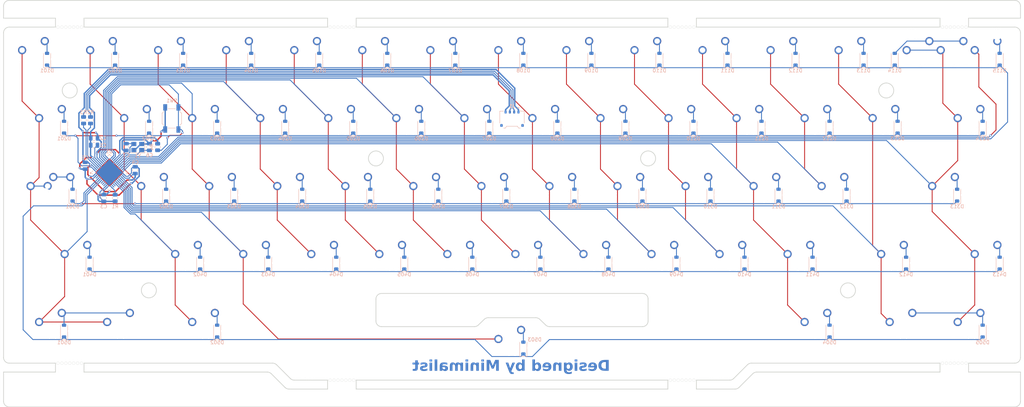
<source format=kicad_pcb>
(kicad_pcb (version 20240108) (generator "pcbnew") (generator_version "8.0")
  (layers (0 "F.Cu" signal) (31 "B.Cu" signal) (34 "B.Paste" user) (35 "F.Paste" user) (36 "B.SilkS" user "B.Silkscreen") (37 "F.SilkS" user "F.Silkscreen") (38 "B.Mask" user) (39 "F.Mask" user) (44 "Edge.Cuts" user))
  (net 0 "")
  (net 1 "Net-(D101-A)")
  (net 2 "ROW0")
  (net 3 "Net-(D102-A)")
  (net 4 "Net-(D103-A)")
  (net 5 "Net-(D104-A)")
  (net 6 "Net-(D105-A)")
  (net 7 "Net-(D106-A)")
  (net 8 "Net-(D107-A)")
  (net 9 "Net-(D108-A)")
  (net 10 "Net-(D109-A)")
  (net 11 "Net-(D110-A)")
  (net 12 "Net-(D111-A)")
  (net 13 "Net-(D112-A)")
  (net 14 "Net-(D113-A)")
  (net 15 "Net-(D114-A)")
  (net 16 "Net-(D115-A)")
  (net 17 "ROW1")
  (net 18 "ROW2")
  (net 19 "ROW3")
  (net 20 "ROW4")
  (net 21 "COL0")
  (net 22 "COL1")
  (net 23 "COL2")
  (net 24 "COL3")
  (net 25 "COL4")
  (net 26 "COL5")
  (net 27 "COL6")
  (net 28 "COL7")
  (net 29 "COL8")
  (net 30 "COL9")
  (net 31 "COL10")
  (net 32 "COL11")
  (net 33 "Net-(D201-A)")
  (net 34 "Net-(D202-A)")
  (net 35 "Net-(D203-A)")
  (net 36 "Net-(D204-A)")
  (net 37 "Net-(D205-A)")
  (net 38 "Net-(D206-A)")
  (net 39 "Net-(D207-A)")
  (net 40 "Net-(D208-A)")
  (net 41 "Net-(D209-A)")
  (net 42 "Net-(D210-A)")
  (net 43 "Net-(D211-A)")
  (net 44 "Net-(D212-A)")
  (net 45 "Net-(D213-A)")
  (net 46 "Net-(D214-A)")
  (net 47 "COL12")
  (net 48 "Net-(D301-A)")
  (net 49 "Net-(D302-A)")
  (net 50 "Net-(D303-A)")
  (net 51 "Net-(D304-A)")
  (net 52 "Net-(D305-A)")
  (net 53 "Net-(D306-A)")
  (net 54 "Net-(D307-A)")
  (net 55 "Net-(D308-A)")
  (net 56 "Net-(D309-A)")
  (net 57 "Net-(D310-A)")
  (net 58 "Net-(D311-A)")
  (net 59 "Net-(D312-A)")
  (net 60 "Net-(D313-A)")
  (net 61 "Net-(D401-A)")
  (net 62 "COL13")
  (net 63 "Net-(D402-A)")
  (net 64 "Net-(D403-A)")
  (net 65 "Net-(D404-A)")
  (net 66 "Net-(D405-A)")
  (net 67 "Net-(D406-A)")
  (net 68 "Net-(D407-A)")
  (net 69 "Net-(D408-A)")
  (net 70 "Net-(D409-A)")
  (net 71 "Net-(D410-A)")
  (net 72 "Net-(D411-A)")
  (net 73 "Net-(D412-A)")
  (net 74 "Net-(D413-A)")
  (net 75 "Net-(D501-A)")
  (net 76 "COL14")
  (net 77 "Net-(D502-A)")
  (net 78 "Net-(D503-A)")
  (net 79 "Net-(D504-A)")
  (net 80 "Net-(D505-A)")
  (net 81 "Net-(U1-UCAP)")
  (net 82 "GND")
  (net 83 "+5V")
  (net 84 "XTAL1")
  (net 85 "XTAL2")
  (net 86 "D+")
  (net 87 "D-")
  (net 88 "Net-(U1-~{HWB}{slash}PE2)")
  (net 89 "Net-(U1-D+)")
  (net 90 "Net-(U1-D-)")
  (net 91 "Net-(U1-~{RESET})")
  (footprint "MX_Solderable:MX-Solderable-1U" (layer "F.Cu") (at 107.95 88.9)
    (property "Reference" "SW102")
    (property "Value" "SW_Push")
  )
  (footprint "MX_Solderable:MX-Solderable-7U-ReversedStabilizers" (layer "F.Cu") (at 222.25 169.8625)
    (property "Reference" "SW503")
    (property "Value" "SW_Push")
  )
  (footprint "MX_Solderable:MX-Solderable-1U" (layer "F.Cu") (at 146.05 88.9)
    (property "Reference" "SW104")
    (property "Value" "SW_Push")
  )
  (footprint "MX_Solderable:MX-Solderable-1U" (layer "F.Cu") (at 88.9 88.9)
    (property "Reference" "SW101")
    (property "Value" "SW_Push")
  )
  (footprint "MX_Solderable:MX-Solderable-1U" (layer "F.Cu") (at 269.875 107.95)
    (property "Reference" "SW210")
    (property "Value" "SW_Push")
  )
  (footprint "MX_Solderable:MX-Solderable-1U" (layer "F.Cu") (at 355.6 146.05)
    (property "Reference" "SW413")
    (property "Value" "SW_Push")
  )
  (footprint "MX_Solderable:MX-Solderable-1U" (layer "F.Cu") (at 169.8625 146.05)
    (property "Reference" "SW404")
    (property "Value" "SW_Push")
  )
  (footprint "MX_Solderable:MX-Solderable-1U" (layer "F.Cu") (at 260.35 88.9)
    (property "Reference" "SW110")
    (property "Value" "SW_Push")
  )
  (footprint "MX_Solderable:MX-Solderable-1U" (layer "F.Cu") (at 336.55 88.9)
    (property "Reference" "SW114-1")
    (property "Value" "SW_Push")
  )
  (footprint "MX_Solderable:MX-Solderable-1.75U" (layer "F.Cu") (at 96.04375 127)
    (property "Reference" "SW301-2")
    (property "Value" "SW_Push")
  )
  (footprint "MX_Solderable:MX-Solderable-1U" (layer "F.Cu") (at 207.9625 146.05)
    (property "Reference" "SW406")
    (property "Value" "SW_Push")
  )
  (footprint "MX_Solderable:MX-Solderable-1U" (layer "F.Cu") (at 117.475 107.95)
    (property "Reference" "SW202")
    (property "Value" "SW_Push")
  )
  (footprint "MX_Solderable:MX-Solderable-1U" (layer "F.Cu") (at 112.7125 165.1)
    (property "Reference" "SW501-2")
    (property "Value" "SW_Push")
  )
  (footprint "MX_Solderable:MX-Solderable-1U" (layer "F.Cu") (at 307.975 107.95)
    (property "Reference" "SW212")
    (property "Value" "SW_Push")
  )
  (footprint "MX_Solderable:MX-Solderable-2U" (layer "F.Cu") (at 346.075 88.9)
    (property "Reference" "SW114-2")
    (property "Value" "SW_Push")
  )
  (footprint "MX_Solderable:MX-Solderable-1U" (layer "F.Cu") (at 222.25 88.9)
    (property "Reference" "SW108")
    (property "Value" "SW_Push")
  )
  (footprint "MX_Solderable:MX-Solderable-2.25U" (layer "F.Cu") (at 100.80625 146.05)
    (property "Reference" "SW401")
    (property "Value" "SW_Push")
  )
  (footprint "MX_Solderable:MX-Solderable-1U" (layer "F.Cu") (at 255.5875 127)
    (property "Reference" "SW309")
    (property "Value" "SW_Push")
  )
  (footprint "MX_Solderable:MX-Solderable-1U" (layer "F.Cu") (at 293.6875 127)
    (property "Reference" "SW311")
    (property "Value" "SW_Push")
  )
  (footprint "MX_Solderable:MX-Solderable-1U" (layer "F.Cu") (at 355.6 88.9)
    (property "Reference" "SW115")
    (property "Value" "SW_Push")
  )
  (footprint "MX_Solderable:MX-Solderable-1.5U" (layer "F.Cu") (at 350.8375 165.1)
    (property "Reference" "SW505-1")
    (property "Value" "SW_Push")
  )
  (footprint "MX_Solderable:MX-Solderable-1U" (layer "F.Cu") (at 327.025 107.95)
    (property "Reference" "SW213")
    (property "Value" "SW_Push")
  )
  (footprint "MX_Solderable:MX-Solderable-1.5U" (layer "F.Cu") (at 350.8375 107.95)
    (property "Reference" "SW214")
    (property "Value" "SW_Push")
  )
  (footprint "MX_Solderable:MX-Solderable-1U" (layer "F.Cu") (at 303.2125 146.05)
    (property "Reference" "SW411")
    (property "Value" "SW_Push")
  )
  (footprint "MX_Solderable:MX-Solderable-1.5U" (layer "F.Cu") (at 93.6625 107.95)
    (property "Reference" "SW201")
    (property "Value" "SW_Push")
  )
  (footprint "MX_Solderable:MX-Solderable-1U" (layer "F.Cu") (at 188.9125 146.05)
    (property "Reference" "SW405")
    (property "Value" "SW_Push")
  )
  (footprint "MX_Solderable:MX-Solderable-1U" (layer "F.Cu") (at 131.7625 146.05)
    (property "Reference" "SW402")
    (property "Value" "SW_Push")
  )
  (footprint "MX_Solderable:MX-Solderable-1U" (layer "F.Cu") (at 141.2875 127)
    (property "Reference" "SW303")
    (property "Value" "SW_Push")
  )
  (footprint "MX_Solderable:MX-Solderable-1U" (layer "F.Cu") (at 250.825 107.95)
    (property "Reference" "SW209")
    (property "Value" "SW_Push")
  )
  (footprint "MX_Solderable:MX-Solderable-1.75U" (layer "F.Cu") (at 329.40625 146.05)
    (property "Reference" "SW412")
    (property "Value" "SW_Push")
  )
  (footprint "MX_Solderable:MX-Solderable-1U" (layer "F.Cu") (at 288.925 107.95)
    (property "Reference" "SW211")
    (property "Value" "SW_Push")
  )
  (footprint "MX_Solderable:MX-Solderable-1.5U" (layer "F.Cu") (at 307.975 165.1)
    (property "Reference" "SW504")
    (property "Value" "SW_Push")
  )
  (footprint "MX_Solderable:MX-Solderable-1U" (layer "F.Cu") (at 198.4375 127)
    (property "Reference" "SW306")
    (property "Value" "SW_Push")
  )
  (footprint "MX_Solderable:MX-Solderable-1U" (layer "F.Cu") (at 227.0125 146.05)
    (property "Reference" "SW407")
    (property "Value" "SW_Push")
  )
  (footprint "MX_Solderable:MX-Solderable-1U" (layer "F.Cu") (at 284.1625 146.05)
    (property "Reference" "SW410")
    (property "Value" "SW_Push")
  )
  (footprint "MX_Solderable:MX-Solderable-1U" (layer "F.Cu") (at 127 88.9)
    (property "Reference" "SW103")
    (property "Value" "SW_Push")
  )
  (footprint "MX_Solderable:MX-Solderable-1U" (layer "F.Cu") (at 165.1 88.9)
    (property "Reference" "SW105")
    (property "Value" "SW_Push")
  )
  (footprint "MX_Solderable:MX-Solderable-1U" (layer "F.Cu") (at 317.5 88.9)
    (property "Reference" "SW113")
    (property "Value" "SW_Push")
  )
  (footprint "MX_Solderable:MX-Solderable-2.25U" (layer "F.Cu") (at 343.69375 127)
    (property "Reference" "SW313")
    (property "Value" "SW_Push")
  )
  (footprint "MX_Solderable:MX-Solderable-1U" (layer "F.Cu") (at 265.1125 146.05)
    (property "Reference" "SW409")
    (property "Value" "SW_Push")
  )
  (footprint "MX_Solderable:MX-Solderable-1U" (layer "F.Cu") (at 298.45 88.9)
    (property "Reference" "SW112")
    (property "Value" "SW_Push")
  )
  (footprint "MX_Solderable:MX-Solderable-1U" (layer "F.Cu") (at 136.525 107.95)
    (property "Reference" "SW203")
    (property "Value" "SW_Push")
  )
  (footprint "MX_Solderable:MX-Solderable-1U" (layer "F.Cu") (at 155.575 107.95)
    (property "Reference" "SW204")
    (property "Value" "SW_Push")
  )
  (footprint "MX_Solderable:MX-Solderable-1U" (layer "F.Cu") (at 203.2 88.9)
    (property "Reference" "SW107")
    (property "Value" "SW_Push")
  )
  (footprint "MX_Solderable:MX-Solderable-1U" (layer "F.Cu") (at 312.7375 127)
    (property "Reference" "SW312")
    (property "Value" "SW_Push")
  )
  (footprint "MX_Solderable:MX-Solderable-1U" (layer "F.Cu") (at 179.3875 127)
    (property "Reference" "SW305")
    (property "Value" "SW_Push")
  )
  (footprint "MX_Solderable:MX-Solderable-1U" (layer "F.Cu") (at 174.625 107.95)
    (property "Reference" "SW205")
    (property "Value" "SW_Push")
  )
  (footprint "MX_Solderable:MX-Solderable-1U" (layer "F.Cu") (at 274.6375 127)
    (property "Reference" "SW310")
    (property "Value" "SW_Push")
  )
  (footprint "MX_Solderable:MX-Solderable-1U" (layer "F.Cu") (at 193.675 107.95)
    (property "Reference" "SW206")
    (property "Value" "SW_Push")
  )
  (footprint "MX_Solderable:MX-Solderable-1U" (layer "F.Cu") (at 236.5375 127)
    (property "Reference" "SW308")
    (property "Value" "SW_Push")
  )
  (footprint "MX_Solderable:MX-Solderable-1U" (layer "F.Cu") (at 212.725 107.95)
    (property "Reference" "SW207")
    (property "Value" "SW_Push")
  )
  (footprint "MX_Solderable:MX-Solderable-1U" (layer "F.Cu") (at 246.0625 146.05)
    (property "Reference" "SW408")
    (property "Value" "SW_Push")
  )
  (footprint "MX_Solderable:MX-Solderable-1U" (layer "F.Cu") (at 184.15 88.9)
    (property "Reference" "SW106")
    (property "Value" "SW_Push")
  )
  (footprint "MX_Solderable:MX-Solderable-1.5U" (layer "F.Cu") (at 136.525 165.1)
    (property "Reference" "SW502")
    (property "Value" "SW_Push")
  )
  (footprint "MX_Solderable:MX-Solderable-1U" (layer "F.Cu") (at 217.4875 127)
    (property "Reference" "SW307")
    (property "Value" "SW_Push")
  )
  (footprint "MX_Solderable:MX-Solderable-1U" (layer "F.Cu") (at 331.7875 165.1)
    (property "Reference" "SW505-2")
    (property "Value" "SW_Push")
  )
  (footprint "MX_Solderable:MX-Solderable-1U" (layer "F.Cu") (at 279.4 88.9)
    (property "Reference" "SW111")
    (property "Value" "SW_Push")
  )
  (footprint "MX_Solderable:MX-Solderable-1.5U" (layer "F.Cu") (at 93.6625 165.1)
    (property "Reference" "SW501-1")
    (property "Value" "SW_Push")
  )
  (footprint "MX_Solderable:MX-Solderable-1U" (layer "F.Cu") (at 231.775 107.95)
    (property "Reference" "SW208")
    (property "Value" "SW_Push")
  )
  (footprint "MX_Solderable:MX-Solderable-1U" (layer "F.Cu") (at 150.8125 146.05)
    (property "Reference" "SW403")
    (property "Value" "SW_Push")
  )
  (footprint "MX_Solderable:MX-Solderable-1.25U" (layer "F.Cu") (at 91.28125 127)
    (property "Reference" "SW301-1")
    (property "Value" "SW_Push")
  )
  (footprint "MX_Solderable:MX-Solderable-1U" (layer "F.Cu") (at 160.3375 127)
    (property "Reference" "SW304")
    (property "Value" "SW_Push")
  )
  (footprint "MX_Solderable:MX-Solderable-1U" (layer "F.Cu") (at 122.2375 127)
    (property "Reference" "SW302")
    (property "Value" "SW_Push")
  )
  (footprint "MX_Solderable:MX-Solderable-1U" (layer "F.Cu") (at 241.3 88.9)
    (property "Reference" "SW109")
    (property "Value" "SW_Push")
  )
  (footprint "Diode_SMD:D_SOD-123" (layer "B.Cu") (at 120.65 107.95 90)
    (property "Reference" "D202")
    (property "Value" "D_Small")
  )
  (footprint "Diode_SMD:D_SOD-123" (layer "B.Cu") (at 311.15 107.95 90)
    (property "Reference" "D212")
    (property "Value" "D_Small")
  )
  (footprint "Diode_SMD:D_SOD-123" (layer "B.Cu") (at 206.375 88.9 90)
    (property "Reference" "D107")
    (property "Value" "D_Small")
  )
  (footprint "Diode_SMD:D_SOD-123" (layer "B.Cu") (at 244.475 88.9 90)
    (property "Reference" "D109")
    (property "Value" "D_Small")
  )
  (footprint "Diode_SMD:D_SOD-123" (layer "B.Cu") (at 173.0375 146.05 90)
    (property "Reference" "D404")
    (property "Value" "D_Small")
  )
  (footprint "Diode_SMD:D_SOD-123" (layer "B.Cu") (at 163.5125 127 90)
    (property "Reference" "D304")
    (property "Value" "D_Small")
  )
  (footprint "Diode_SMD:D_SOD-123" (layer "B.Cu") (at 282.575 88.9 90)
    (property "Reference" "D111")
    (property "Value" "D_Small")
  )
  (footprint "Diode_SMD:D_SOD-123" (layer "B.Cu") (at 354.0125 165.1 90)
    (property "Reference" "D505")
    (property "Value" "D_Small")
  )
  (footprint "Diode_SMD:D_SOD-123" (layer "B.Cu") (at 249.2375 146.05 90)
    (property "Reference" "D408")
    (property "Value" "D_Small")
  )
  (footprint "Diode_SMD:D_SOD-123" (layer "B.Cu") (at 134.9375 146.05 90)
    (property "Reference" "D402")
    (property "Value" "D_Small")
  )
  (footprint "Diode_SMD:D_SOD-123" (layer "B.Cu") (at 96.8375 165.1 90)
    (property "Reference" "D501")
    (property "Value" "D_Small")
  )
  (footprint "Resistor_SMD:R_0805_2012Metric" (layer "B.Cu") (at 123.03125 113.50625 -90)
    (property "Reference" "R4")
    (property "Value" "10k")
  )
  (footprint "Diode_SMD:D_SOD-123" (layer "B.Cu") (at 306.3875 146.05 90)
    (property "Reference" "D411")
    (property "Value" "D_Small")
  )
  (footprint "Diode_SMD:D_SOD-123" (layer "B.Cu") (at 96.8375 107.95 90)
    (property "Reference" "D201")
    (property "Value" "D_Small")
  )
  (footprint "Diode_SMD:D_SOD-123" (layer "B.Cu") (at 311.15 165.1 90)
    (property "Reference" "D504")
    (property "Value" "D_Small")
  )
  (footprint "Diode_SMD:D_SOD-123" (layer "B.Cu") (at 153.9875 146.05 90)
    (property "Reference" "D403")
    (property "Value" "D_Small")
  )
  (footprint "Capacitor_SMD:C_0805_2012Metric" (layer "B.Cu") (at 105.25 113 180)
    (property "Reference" "C1")
    (property "Value" "1uF")
  )
  (footprint "Diode_SMD:D_SOD-123" (layer "B.Cu") (at 139.7 107.95 90)
    (property "Reference" "D203")
    (property "Value" "D_Small")
  )
  (footprint "Diode_SMD:D_SOD-123" (layer "B.Cu") (at 320.675 88.9 90)
    (property "Reference" "D113")
    (property "Value" "D_Small")
  )
  (footprint "Diode_SMD:D_SOD-123" (layer "B.Cu") (at 273.05 107.95 90)
    (property "Reference" "D210")
    (property "Value" "D_Small")
  )
  (footprint "Diode_SMD:D_SOD-123" (layer "B.Cu") (at 99.21875 127 90)
    (property "Reference" "D301")
    (property "Value" "D_Small")
  )
  (footprint "Diode_SMD:D_SOD-123" (layer "B.Cu") (at 220.6625 127 90)
    (property "Reference" "D307")
    (property "Value" "D_Small")
  )
  (footprint "Resistor_SMD:R_0805_2012Metric" (layer "B.Cu") (at 102.3 106 -90)
    (property "Reference" "R3")
    (property "Value" "22")
  )
  (footprint "Diode_SMD:D_SOD-123" (layer "B.Cu") (at 111.125 88.9 90)
    (property "Reference" "D102")
    (property "Value" "D_small")
  )
  (footprint "Diode_SMD:D_SOD-123" (layer "B.Cu") (at 125.4125 127 90)
    (property "Reference" "D302")
    (property "Value" "D_Small")
  )
  (footprint "Diode_SMD:D_SOD-123" (layer "B.Cu") (at 296.8625 127 90)
    (property "Reference" "D311")
    (property "Value" "D_Small")
  )
  (footprint "Resistor_SMD:R_0805_2012Metric" (layer "B.Cu") (at 104.25 106 -90)
    (property "Reference" "R2")
    (property "Value" "22")
  )
  (footprint "Diode_SMD:D_SOD-123" (layer "B.Cu") (at 177.8 107.95 90)
    (property "Reference" "D205")
    (property "Value" "D_Small")
  )
  (footprint "Diode_SMD:D_SOD-123" (layer "B.Cu") (at 139.7 165.1 90)
    (property "Reference" "D502")
    (property "Value" "D_Small")
  )
  (footprint "Package_DFN_QFN:QFN-44-1EP_7x7mm_P0.5mm_EP5.2x5.2mm" (layer "B.Cu") (at 109.5375 120.65 -45)
    (property "Reference" "U1")
    (property "Value" "ATmega32U4-M")
  )
  (footprint "Diode_SMD:D_SOD-123" (layer "B.Cu") (at 329.40625 88.9 90)
    (property "Reference" "D114")
    (property "Value" "D_Small")
  )
  (footprint "Diode_SMD:D_SOD-123" (layer "B.Cu") (at 187.325 88.9 90)
    (property "Reference" "D106")
    (property "Value" "D_Small")
  )
  (footprint "Diode_SMD:D_SOD-123" (layer "B.Cu") (at 254 107.95 90)
    (property "Reference" "D209")
    (property "Value" "D_Small")
  )
  (footprint "Capacitor_SMD:C_0805_2012Metric" (layer "B.Cu") (at 116.75 120 90)
    (property "Reference" "C4")
    (property "Value" "0.1uF")
  )
  (footprint "Diode_SMD:D_SOD-123" (layer "B.Cu") (at 346.86875 127 90)
    (property "Reference" "D313")
    (property "Value" "D_Small")
  )
  (footprint "Diode_SMD:D_SOD-123" (layer "B.Cu") (at 239.7125 127 90)
    (property "Reference" "D308")
    (property "Value" "D_Small")
  )
  (footprint "Diode_SMD:D_SOD-123" (layer "B.Cu") (at 230.1875 146.05 90)
    (property "Reference" "D407")
    (property "Value" "D_Small")
  )
  (footprint "Diode_SMD:D_SOD-123" (layer "B.Cu") (at 225.425 88.9 90)
    (property "Reference" "D108")
    (property "Value" "D_Small")
  )
  (footprint "Capacitor_SMD:C_0805_2012Metric" (layer "B.Cu") (at 120.725 113.5 -90)
    (property "Reference" "C6")
    (property "Value" "22pF")
  )
  (footprint "Diode_SMD:D_SOD-123" (layer "B.Cu") (at 201.6125 127 90)
    (property "Reference" "D306")
    (property "Value" "D_Small")
  )
  (footprint "Diode_SMD:D_SOD-123" (layer "B.Cu") (at 301.625 88.9 90)
    (property "Reference" "D112")
    (property "Value" "D_Small")
  )
  (footprint "Capacitor_SMD:C_0805_2012Metric" (layer "B.Cu") (at 114.225 113.50625 90)
    (property "Reference" "C7")
    (property "Value" "22pF")
  )
  (footprint "Diode_SMD:D_SOD-123" (layer "B.Cu") (at 258.7625 127 90)
    (property "Reference" "D309")
    (property "Value" "D_Small")
  )
  (footprint "Diode_SMD:D_SOD-123" (layer "B.Cu") (at 292.1 107.95 90)
    (property "Reference" "D211")
    (property "Value" "D_Small")
  )
  (footprint "Diode_SMD:D_SOD-123" (layer "B.Cu") (at 144.4625 127 90)
    (property "Reference" "D303")
    (property "Value" "D_Small")
  )
  (footprint "Diode_SMD:D_SOD-123" (layer "B.Cu") (at 263.525 88.9 90)
    (property "Reference" "D110")
    (property "Value" "D_Small")
  )
  (footprint "Diode_SMD:D_SOD-123" (layer "B.Cu") (at 234.95 107.95 90)
    (property "Reference" "D208")
    (property "Value" "D_Small")
  )
  (footprint "Diode_SMD:D_SOD-123" (layer "B.Cu") (at 158.75 107.95 90)
    (property "Reference" "D204")
    (property "Value" "D_Small")
  )
  (footprint "Diode_SMD:D_SOD-123" (layer "B.Cu") (at 332.58125 146.05 90)
    (property "Reference" "D412")
    (property "Value" "D_Small")
  )
  (footprint "Diode_SMD:D_SOD-123" (layer "B.Cu") (at 215.9 107.95 90)
    (property "Reference" "D207")
    (property "Value" "D_Small")
  )
  (footprint "Connector_Molex:Molex_Pico-EZmate_78171-0004_1x04-1MP_P1.20mm_Vertical" (layer "B.Cu") (at 222.25 105.56875 180)
    (property "Reference" "J1")
    (property "Value" "Conn_01x04_Socket")
  )
  (footprint "Capacitor_SMD:C_0805_2012Metric" (layer "B.Cu") (at 107.95 127.79375 -90)
    (property "Reference" "C3")
    (property "Value" "0.1uF")
  )
  (footprint "Diode_SMD:D_SOD-123" (layer "B.Cu") (at 182.5625 127 90)
    (property "Reference" "D305")
    (property "Value" "D_Small")
  )
  (footprint "Diode_SMD:D_SOD-123" (layer "B.Cu") (at 130.175 88.9 90)
    (property "Reference" "D103")
    (property "Value" "D_Small")
  )
  (footprint "Capacitor_SMD:C_0805_2012Metric" (layer "B.Cu") (at 105.25 111 180)
    (property "Reference" "C2")
    (property "Value" "0.1uF")
  )
  (footprint "Diode_SMD:D_SOD-123" (layer "B.Cu") (at 268.2875 146.05 90)
    (property "Reference" "D409")
    (property "Value" "D_Small")
  )
  (footprint "Crystal:Crystal_SMD_3225-4Pin_3.2x2.5mm" (layer "B.Cu") (at 117.475 113.50625 180)
    (property "Reference" "Y1")
    (property "Value" "16MHz")
  )
  (footprint "Diode_SMD:D_SOD-123" (layer "B.Cu") (at 287.3375 146.05 90)
    (property "Reference" "D410")
    (property "Value" "D_Small")
  )
  (footprint "Diode_SMD:D_SOD-123" (layer "B.Cu") (at 358.775 88.9 90)
    (property "Reference" "D115")
    (property "Value" "D_Small")
  )
  (footprint "Diode_SMD:D_SOD-123" (layer "B.Cu") (at 103.98125 146.05 90)
    (property "Reference" "D401")
    (property "Value" "D_Small")
  )
  (footprint "Diode_SMD:D_SOD-123" (layer "B.Cu") (at 315.9125 127 90)
    (property "Reference" "D312")
    (property "Value" "D_Small")
  )
  (footprint "Diode_SMD:D_SOD-123" (layer "B.Cu") (at 149.225 88.9 90)
    (property "Reference" "D104")
    (property "Value" "D_Small")
  )
  (footprint "Diode_SMD:D_SOD-123" (layer "B.Cu") (at 196.85 107.95 90)
    (property "Reference" "D206")
    (property "Value" "D_Small")
  )
  (footprint "Diode_SMD:D_SOD-123" (layer "B.Cu") (at 277.8125 127 90)
    (property "Reference" "D310")
    (property "Value" "D_Small")
  )
  (footprint "Diode_SMD:D_SOD-123" (layer "B.Cu") (at 211.1375 146.05 90)
    (property "Reference" "D406")
    (property "Value" "D_Small")
  )
  (footprint "Capacitor_SMD:C_0805_2012Metric" (layer "B.Cu") (at 102.75 118.75 -90)
    (property "Reference" "C5")
    (property "Value" "10uF")
  )
  (footprint "Resistor_SMD:R_0805_2012Metric" (layer "B.Cu") (at 111.125 127.79375 -90)
    (property "Reference" "R1")
    (property "Value" "10k")
  )
  (footprint "Button_Switch_SMD:SW_SPST_SKQG_WithoutStem" (layer "B.Cu") (at 127 105.5 -90)
    (property "Reference" "SW1")
    (property "Value" "SW_Push")
  )
  (footprint "Diode_SMD:D_SOD-123" (layer "B.Cu") (at 92.075 88.9 90)
    (property "Reference" "D101")
    (property "Value" "D_small")
  )
  (footprint "Diode_SMD:D_SOD-123" (layer "B.Cu") (at 225.425 169.8625 90)
    (property "Reference" "D503")
    (property "Value" "D_Small")
  )
  (footprint "Diode_SMD:D_SOD-123" (layer "B.Cu") (at 330.2 107.95 90)
    (property "Reference" "D213")
    (property "Value" "D_Small")
  )
  (footprint "Diode_SMD:D_SOD-123" (layer "B.Cu") (at 192.0875 146.05 90)
    (property "Reference" "D405")
    (property "Value" "D_Small")
  )
  (footprint "Diode_SMD:D_SOD-123" (layer "B.Cu") (at 354.0125 107.95 90)
    (property "Reference" "D214")
    (property "Value" "D_Small")
  )
  (footprint "Diode_SMD:D_SOD-123" (layer "B.Cu") (at 358.775 146.05 90)
    (property "Reference" "D413")
    (property "Value" "D_Small")
  )
  (footprint "Diode_SMD:D_SOD-123" (layer "B.Cu") (at 168.275 88.9 90)
    (property "Reference" "D105")
    (property "Value" "D_Small")
  )
  (gr_circle (center 260.35 116.715093) (end 262.45 116.715093) (stroke (width 0.2)) (fill none) (layer "Edge.Cuts"))
  (gr_circle (center 98.425 97.665093) (end 100.525 97.665093) (stroke (width 0.2)) (fill none) (layer "Edge.Cuts"))
  (gr_line (start 364.6 176.6) (end 350.075 176.6) (stroke (width 0.2)) (layer "Edge.Cuts"))
  (gr_arc (start 289.647279 177.064968) (mid 290.162302 176.720845) (end 290.769811 176.6) (stroke (width 0.2)) (layer "Edge.Cuts"))
  (gr_line (start 102.425 174.1) (end 155.230189 174.1) (stroke (width 0.2)) (layer "Edge.Cuts"))
  (gr_circle (center 267.675 178.8625) (end 267.275 178.8625) (stroke (width 0.05)) (fill none) (layer "Edge.Cuts"))
  (gr_line (start 350.075 174.1) (end 350.075 176.6) (stroke (width 0.2)) (layer "Edge.Cuts"))
  (gr_circle (center 175.725 79.9) (end 176.125 79.9) (stroke (width 0.05)) (fill none) (layer "Edge.Cuts"))
  (gr_circle (center 346.075 174.1) (end 345.675 174.1) (stroke (width 0.05)) (fill none) (layer "Edge.Cuts"))
  (gr_line (start 364.6 81.4875) (end 364.6 172.5125) (stroke (width 0.2)) (layer "Edge.Cuts"))
  (gr_arc (start 212.814939 163.416952) (mid 212.306855 163.746894) (end 211.712169 163.8625) (stroke (width 0.2)) (layer "Edge.Cuts"))
  (gr_circle (center 177.925 178.8625) (end 177.525 178.8625) (stroke (width 0.05)) (fill none) (layer "Edge.Cuts"))
  (gr_circle (center 171.325 79.9) (end 171.725 79.9) (stroke (width 0.05)) (fill none) (layer "Edge.Cuts"))
  (gr_circle (center 349.375 174.1) (end 348.975 174.1) (stroke (width 0.05)) (fill none) (layer "Edge.Cuts"))
  (gr_line (start 363.0125 174.1) (end 350.075 174.1) (stroke (width 0.2)) (layer "Edge.Cuts"))
  (gr_line (start 178.625 77.4) (end 265.875 77.4) (stroke (width 0.2)) (layer "Edge.Cuts"))
  (gr_circle (center 101.725 174.1) (end 101.325 174.1) (stroke (width 0.05)) (fill none) (layer "Edge.Cuts"))
  (gr_circle (center 176.825 79.9) (end 177.225 79.9) (stroke (width 0.05)) (fill none) (layer "Edge.Cuts"))
  (gr_line (start 273.875 178.8625) (end 273.875 181.3625) (stroke (width 0.2)) (layer "Edge.Cuts"))
  (gr_arc (start 81.4875 186.3625) (mid 80.364968 185.897532) (end 79.9 184.775) (stroke (width 0.2)) (layer "Edge.Cuts"))
  (gr_line (start 363.0125 72.4) (end 81.4875 72.4) (stroke (width 0.2)) (layer "Edge.Cuts"))
  (gr_circle (center 172.425 79.9) (end 172.825 79.9) (stroke (width 0.05)) (fill none) (layer "Edge.Cuts"))
  (gr_line (start 289.269811 174.1) (end 342.075 174.1) (stroke (width 0.2)) (layer "Edge.Cuts"))
  (gr_line (start 364.6 184.775) (end 364.6 176.6) (stroke (width 0.2)) (layer "Edge.Cuts"))
  (gr_circle (center 269.875 79.9) (end 270.275 79.9) (stroke (width 0.05)) (fill none) (layer "Edge.Cuts"))
  (gr_line (start 102.425 79.9) (end 102.425 77.4) (stroke (width 0.2)) (layer "Edge.Cuts"))
  (gr_circle (center 98.425 79.9) (end 98.825 79.9) (stroke (width 0.05)) (fill none) (layer "Edge.Cuts"))
  (gr_arc (start 285.814715 180.897532) (mid 285.299692 181.241653) (end 284.692183 181.3625) (stroke (width 0.2)) (layer "Edge.Cuts"))
  (gr_line (start 258.7625 163.8625) (end 232.787831 163.8625) (stroke (width 0.2)) (layer "Edge.Cuts"))
  (gr_circle (center 272.075 178.8625) (end 271.675 178.8625) (stroke (width 0.05)) (fill none) (layer "Edge.Cuts"))
  (gr_arc (start 79.9 73.9875) (mid 80.364968 72.864968) (end 81.4875 72.4) (stroke (width 0.2)) (layer "Edge.Cuts"))
  (gr_line (start 158.685285 180.897532) (end 154.852721 177.064968) (stroke (width 0.2)) (layer "Edge.Cuts"))
  (gr_line (start 265.875 79.9) (end 265.875 77.4) (stroke (width 0.2)) (layer "Edge.Cuts"))
  (gr_arc (start 364.6 184.775) (mid 364.135032 185.897532) (end 363.0125 186.3625) (stroke (width 0.2)) (layer "Edge.Cuts"))
  (gr_circle (center 273.175 79.9) (end 273.575 79.9) (stroke (width 0.05)) (fill none) (layer "Edge.Cuts"))
  (gr_circle (center 95.125 174.1) (end 94.725 174.1) (stroke (width 0.05)) (fill none) (layer "Edge.Cuts"))
  (gr_line (start 273.875 79.9) (end 342.075 79.9) (stroke (width 0.2)) (layer "Edge.Cuts"))
  (gr_line (start 102.425 79.9) (end 170.625 79.9) (stroke (width 0.2)) (layer "Edge.Cuts"))
  (gr_circle (center 342.775 174.1) (end 342.375 174.1) (stroke (width 0.05)) (fill none) (layer "Edge.Cuts"))
  (gr_arc (start 81.4875 174.1) (mid 80.364968 173.635032) (end 79.9 172.5125) (stroke (width 0.2)) (layer "Edge.Cuts"))
  (gr_arc (start 161.307817 178.8625) (mid 160.700303 178.741664) (end 160.185285 178.397532) (stroke (width 0.2)) (layer "Edge.Cuts"))
  (gr_arc (start 155.230189 174.1) (mid 155.837701 174.220838) (end 156.352721 174.564968) (stroke (width 0.2)) (layer "Edge.Cuts"))
  (gr_circle (center 343.875 79.9) (end 344.275 79.9) (stroke (width 0.05)) (fill none) (layer "Edge.Cuts"))
  (gr_circle (center 270.975 178.8625) (end 270.575 178.8625) (stroke (width 0.05)) (fill none) (layer "Edge.Cuts"))
  (gr_arc (start 228.916222 161.3625) (mid 229.510905 161.478103) (end 230.018992 161.808048) (stroke (width 0.2)) (layer "Edge.Cuts"))
  (gr_arc (start 184.15 156.1375) (mid 184.614968 155.014968) (end 185.7375 154.55) (stroke (width 0.2)) (layer "Edge.Cuts"))
  (gr_circle (center 316.309375 153.695808) (end 318.409375 153.695808) (stroke (width 0.2)) (fill none) (layer "Edge.Cuts"))
  (gr_circle (center 174.625 178.8625) (end 174.225 178.8625) (stroke (width 0.05)) (fill none) (layer "Edge.Cuts"))
  (gr_line (start 79.9 77.4) (end 94.425 77.4) (stroke (width 0.2)) (layer "Edge.Cuts"))
  (gr_arc (start 288.147279 174.564968) (mid 288.662302 174.220845) (end 289.269811 174.1) (stroke (width 0.2)) (layer "Edge.Cuts"))
  (gr_circle (center 97.325 174.1) (end 96.925 174.1) (stroke (width 0.05)) (fill none) (layer "Edge.Cuts"))
  (gr_circle (center 343.875 174.1) (end 343.475 174.1) (stroke (width 0.05)) (fill none) (layer "Edge.Cuts"))
  (gr_line (start 265.875 178.8625) (end 178.625 178.8625) (stroke (width 0.2)) (layer "Edge.Cuts"))
  (gr_line (start 273.875 181.3625) (end 284.692183 181.3625) (stroke (width 0.2)) (layer "Edge.Cuts"))
  (gr_line (start 273.875 79.9) (end 273.875 77.4) (stroke (width 0.2)) (layer "Edge.Cuts"))
  (gr_line (start 79.9 176.6) (end 94.425 176.6) (stroke (width 0.2)) (layer "Edge.Cuts"))
  (gr_arc (start 185.7375 163.8625) (mid 184.614968 163.397532) (end 184.15 162.275) (stroke (width 0.2)) (layer "Edge.Cuts"))
  (gr_circle (center 349.375 79.9) (end 349.775 79.9) (stroke (width 0.05)) (fill none) (layer "Edge.Cuts"))
  (gr_circle (center 95.125 79.9) (end 95.525 79.9) (stroke (width 0.05)) (fill none) (layer "Edge.Cuts"))
  (gr_line (start 170.625 178.8625) (end 170.625 181.3625) (stroke (width 0.2)) (layer "Edge.Cuts"))
  (gr_arc (start 260.35 162.275) (mid 259.885032 163.397532) (end 258.7625 163.8625) (stroke (width 0.2)) (layer "Edge.Cuts"))
  (gr_arc (start 363.0125 72.4) (mid 364.135032 72.864968) (end 364.6 73.9875) (stroke (width 0.2)) (layer "Edge.Cuts"))
  (gr_line (start 350.075 79.9) (end 363.0125 79.9) (stroke (width 0.2)) (layer "Edge.Cuts"))
  (gr_line (start 350.075 79.9) (end 350.075 77.4) (stroke (width 0.2)) (layer "Edge.Cuts"))
  (gr_circle (center 327.025 97.665093) (end 329.125 97.665093) (stroke (width 0.2)) (fill none) (layer "Edge.Cuts"))
  (gr_line (start 273.875 77.4) (end 342.075 77.4) (stroke (width 0.2)) (layer "Edge.Cuts"))
  (gr_circle (center 268.775 79.9) (end 269.175 79.9) (stroke (width 0.05)) (fill none) (layer "Edge.Cuts"))
  (gr_circle (center 96.225 79.9) (end 96.625 79.9) (stroke (width 0.05)) (fill none) (layer "Edge.Cuts"))
  (gr_line (start 364.6 73.9875) (end 364.6 77.4) (stroke (width 0.2)) (layer "Edge.Cuts"))
  (gr_circle (center 346.075 79.9) (end 346.475 79.9) (stroke (width 0.05)) (fill none) (layer "Edge.Cuts"))
  (gr_line (start 228.916222 161.3625) (end 215.583778 161.3625) (stroke (width 0.2)) (layer "Edge.Cuts"))
  (gr_arc (start 284.314715 178.397532) (mid 283.799692 178.741653) (end 283.192183 178.8625) (stroke (width 0.2)) (layer "Edge.Cuts"))
  (gr_line (start 288.147279 174.564968) (end 284.314715 178.397532) (stroke (width 0.2)) (layer "Edge.Cuts"))
  (gr_line (start 211.712169 163.8625) (end 185.7375 163.8625) (stroke (width 0.2)) (layer "Edge.Cuts"))
  (gr_circle (center 171.325 178.8625) (end 170.925 178.8625) (stroke (width 0.05)) (fill none) (layer "Edge.Cuts"))
  (gr_circle (center 173.525 79.9) (end 173.925 79.9) (stroke (width 0.05)) (fill none) (layer "Edge.Cuts"))
  (gr_line (start 81.4875 186.3625) (end 363.0125 186.3625) (stroke (width 0.2)) (layer "Edge.Cuts"))
  (gr_line (start 178.625 178.8625) (end 178.625 181.3625) (stroke (width 0.2)) (layer "Edge.Cuts"))
  (gr_circle (center 176.825 178.8625) (end 176.425 178.8625) (stroke (width 0.05)) (fill none) (layer "Edge.Cuts"))
  (gr_line (start 94.425 79.9) (end 94.425 77.4) (stroke (width 0.2)) (layer "Edge.Cuts"))
  (gr_circle (center 273.175 178.8625) (end 272.775 178.8625) (stroke (width 0.05)) (fill none) (layer "Edge.Cuts"))
  (gr_circle (center 120.576598 153.695808) (end 122.676598 153.695808) (stroke (width 0.2)) (fill none) (layer "Edge.Cuts"))
  (gr_line (start 81.4875 79.9) (end 94.425 79.9) (stroke (width 0.2)) (layer "Edge.Cuts"))
  (gr_arc (start 364.6 172.5125) (mid 364.135032 173.635032) (end 363.0125 174.1) (stroke (width 0.2)) (layer "Edge.Cuts"))
  (gr_circle (center 270.975 79.9) (end 271.375 79.9) (stroke (width 0.05)) (fill none) (layer "Edge.Cuts"))
  (gr_circle (center 272.075 79.9) (end 272.475 79.9) (stroke (width 0.05)) (fill none) (layer "Edge.Cuts"))
  (gr_line (start 265.875 181.3625) (end 178.625 181.3625) (stroke (width 0.2)) (layer "Edge.Cuts"))
  (gr_line (start 79.9 73.9875) (end 79.9 77.4) (stroke (width 0.2)) (layer "Edge.Cuts"))
  (gr_arc (start 363.0125 79.9) (mid 364.135032 80.364968) (end 364.6 81.4875) (stroke (width 0.2)) (layer "Edge.Cuts"))
  (gr_circle (center 348.275 79.9) (end 348.675 79.9) (stroke (width 0.05)) (fill none) (layer "Edge.Cuts"))
  (gr_line (start 265.875 178.8625) (end 265.875 181.3625) (stroke (width 0.2)) (layer "Edge.Cuts"))
  (gr_line (start 79.9 184.775) (end 79.9 176.6) (stroke (width 0.2)) (layer "Edge.Cuts"))
  (gr_line (start 79.9 172.5125) (end 79.9 81.4875) (stroke (width 0.2)) (layer "Edge.Cuts"))
  (gr_circle (center 348.275 174.1) (end 347.875 174.1) (stroke (width 0.05)) (fill none) (layer "Edge.Cuts"))
  (gr_circle (center 344.975 174.1) (end 344.575 174.1) (stroke (width 0.05)) (fill none) (layer "Edge.Cuts"))
  (gr_line (start 260.35 156.1375) (end 260.35 162.275) (stroke (width 0.2)) (layer "Edge.Cuts"))
  (gr_line (start 364.6 77.4) (end 350.075 77.4) (stroke (width 0.2)) (layer "Edge.Cuts"))
  (gr_circle (center 174.625 79.9) (end 175.025 79.9) (stroke (width 0.05)) (fill none) (layer "Edge.Cuts"))
  (gr_arc (start 258.7625 154.55) (mid 259.885032 155.014968) (end 260.35 156.1375) (stroke (width 0.2)) (layer "Edge.Cuts"))
  (gr_circle (center 344.975 79.9) (end 345.375 79.9) (stroke (width 0.05)) (fill none) (layer "Edge.Cuts"))
  (gr_circle (center 342.775 79.9) (end 343.175 79.9) (stroke (width 0.05)) (fill none) (layer "Edge.Cuts"))
  (gr_line (start 170.625 178.8625) (end 161.307817 178.8625) (stroke (width 0.2)) (layer "Edge.Cuts"))
  (gr_circle (center 101.725 79.9) (end 102.125 79.9) (stroke (width 0.05)) (fill none) (layer "Edge.Cuts"))
  (gr_line (start 178.625 79.9) (end 178.625 77.4) (stroke (width 0.2)) (layer "Edge.Cuts"))
  (gr_circle (center 96.225 174.1) (end 95.825 174.1) (stroke (width 0.05)) (fill none) (layer "Edge.Cuts"))
  (gr_line (start 170.625 181.3625) (end 159.807817 181.3625) (stroke (width 0.2)) (layer "Edge.Cuts"))
  (gr_circle (center 266.575 79.9) (end 266.975 79.9) (stroke (width 0.05)) (fill none) (layer "Edge.Cuts"))
  (gr_line (start 185.7375 154.55) (end 258.7625 154.55) (stroke (width 0.2)) (layer "Edge.Cuts"))
  (gr_arc (start 232.787831 163.8625) (mid 232.193137 163.746914) (end 231.685061 163.416952) (stroke (width 0.2)) (layer "Edge.Cuts"))
  (gr_line (start 102.425 174.1) (end 102.425 176.6) (stroke (width 0.2)) (layer "Edge.Cuts"))
  (gr_circle (center 172.425 178.8625) (end 172.025 178.8625) (stroke (width 0.05)) (fill none) (layer "Edge.Cuts"))
  (gr_circle (center 100.625 79.9) (end 101.025 79.9) (stroke (width 0.05)) (fill none) (layer "Edge.Cuts"))
  (gr_arc (start 79.9 81.4875) (mid 80.364968 80.364968) (end 81.4875 79.9) (stroke (width 0.2)) (layer "Edge.Cuts"))
  (gr_line (start 273.875 178.8625) (end 283.192183 178.8625) (stroke (width 0.2)) (layer "Edge.Cuts"))
  (gr_circle (center 184.15 116.715093) (end 186.25 116.715093) (stroke (width 0.2)) (fill none) (layer "Edge.Cuts"))
  (gr_arc (start 153.730189 176.6) (mid 154.3377 176.720838) (end 154.852721 177.064968) (stroke (width 0.2)) (layer "Edge.Cuts"))
  (gr_line (start 102.425 77.4) (end 170.625 77.4) (stroke (width 0.2)) (layer "Edge.Cuts"))
  (gr_line (start 102.425 176.6) (end 153.730189 176.6) (stroke (width 0.2)) (layer "Edge.Cuts"))
  (gr_circle (center 99.525 174.1) (end 99.125 174.1) (stroke (width 0.05)) (fill none) (layer "Edge.Cuts"))
  (gr_circle (center 269.875 178.8625) (end 269.475 178.8625) (stroke (width 0.05)) (fill none) (layer "Edge.Cuts"))
  (gr_circle (center 99.525 79.9) (end 99.925 79.9) (stroke (width 0.05)) (fill none) (layer "Edge.Cuts"))
  (gr_circle (center 268.775 178.8625) (end 268.375 178.8625) (stroke (width 0.05)) (fill none) (layer "Edge.Cuts"))
  (gr_line (start 342.075 174.1) (end 342.075 176.6) (stroke (width 0.2)) (layer "Edge.Cuts"))
  (gr_line (start 342.075 79.9) (end 342.075 77.4) (stroke (width 0.2)) (layer "Edge.Cuts"))
  (gr_circle (center 97.325 79.9) (end 97.725 79.9) (stroke (width 0.05)) (fill none) (layer "Edge.Cuts"))
  (gr_circle (center 347.175 79.9) (end 347.575 79.9) (stroke (width 0.05)) (fill none) (layer "Edge.Cuts"))
  (gr_line (start 231.685061 163.416952) (end 230.018992 161.808048) (stroke (width 0.2)) (layer "Edge.Cuts"))
  (gr_line (start 342.075 176.6) (end 290.769811 176.6) (stroke (width 0.2)) (layer "Edge.Cuts"))
  (gr_line (start 94.425 174.1) (end 94.425 176.6) (stroke (width 0.2)) (layer "Edge.Cuts"))
  (gr_circle (center 173.525 178.8625) (end 173.125 178.8625) (stroke (width 0.05)) (fill none) (layer "Edge.Cuts"))
  (gr_arc (start 214.481008 161.808048) (mid 214.989089 161.478089) (end 215.583778 161.3625) (stroke (width 0.2)) (layer "Edge.Cuts"))
  (gr_circle (center 267.675 79.9) (end 268.075 79.9) (stroke (width 0.05)) (fill none) (layer "Edge.Cuts"))
  (gr_circle (center 175.725 178.8625) (end 175.325 178.8625) (stroke (width 0.05)) (fill none) (layer "Edge.Cuts"))
  (gr_line (start 170.625 79.9) (end 170.625 77.4) (stroke (width 0.2)) (layer "Edge.Cuts"))
  (gr_arc (start 159.807817 181.3625) (mid 159.200308 181.241657) (end 158.685285 180.897532) (stroke (width 0.2)) (layer "Edge.Cuts"))
  (gr_line (start 285.814715 180.897532) (end 289.647279 177.064968) (stroke (width 0.2)) (layer "Edge.Cuts"))
  (gr_line (start 81.4875 174.1) (end 94.425 174.1) (stroke (width 0.2)) (layer "Edge.Cuts"))
  (gr_circle (center 98.425 174.1) (end 98.025 174.1) (stroke (width 0.05)) (fill none) (layer "Edge.Cuts"))
  (gr_circle (center 100.625 174.1) (end 100.225 174.1) (stroke (width 0.05)) (fill none) (layer "Edge.Cuts"))
  (gr_circle (center 266.575 178.8625) (end 266.175 178.8625) (stroke (width 0.05)) (fill none) (layer "Edge.Cuts"))
  (gr_circle (center 177.925 79.9) (end 178.325 79.9) (stroke (width 0.05)) (fill none) (layer "Edge.Cuts"))
  (gr_circle (center 347.175 174.1) (end 346.775 174.1) (stroke (width 0.05)) (fill none) (layer "Edge.Cuts"))
  (gr_line (start 214.481008 161.808048) (end 212.814939 163.416952) (stroke (width 0.2)) (layer "Edge.Cuts"))
  (gr_line (start 184.15 162.275) (end 184.15 156.1375) (stroke (width 0.2)) (layer "Edge.Cuts"))
  (gr_line (start 178.625 79.9) (end 265.875 79.9) (stroke (width 0.2)) (layer "Edge.Cuts"))
  (gr_line (start 160.185285 178.397532) (end 156.352721 174.564968) (stroke (width 0.2)) (layer "Edge.Cuts"))
  (gr_text "Designed by Minimalist" (at 222 175 0) (layer "B.Cu") (effects (font (size 3 3) (thickness 0.4) (bold yes)) (justify mirror)))
  (segment (start 92.075 87.25) (end 92.075 84.455) (width 0.254) (layer "B.Cu") (net 1))
  (segment (start 92.075 84.455) (end 91.44 83.82) (width 0.254) (layer "B.Cu") (net 1))
  (segment (start 167.5541 91.2709) (end 168.275 90.55) (width 0.254) (layer "B.Cu") (net 2))
  (segment (start 168.275 90.55) (end 168.9959 91.2709) (width 0.254) (layer "B.Cu") (net 2))
  (segment (start 207.0959 91.2709) (end 224.7041 91.2709) (width 0.254) (layer "B.Cu") (net 2))
  (segment (start 123.762751 116.379302) (end 123.762751 116.379301) (width 0.254) (layer "B.Cu") (net 2))
  (segment (start 149.225 90.55) (end 149.9459 91.2709) (width 0.254) (layer "B.Cu") (net 2))
  (segment (start 168.9959 91.2709) (end 186.6041 91.2709) (width 0.254) (layer "B.Cu") (net 2))
  (segment (start 328.675 91.28125) (end 329.40625 90.55) (width 0.254) (layer "B.Cu") (net 2))
  (segment (start 264.2459 91.2709) (end 281.8541 91.2709) (width 0.254) (layer "B.Cu") (net 2))
  (segment (start 356.2711 111.2289) (end 361 106.5) (width 0.254) (layer "B.Cu") (net 2))
  (segment (start 128.913152 111.2289) (end 356.2711 111.2289) (width 0.254) (layer "B.Cu") (net 2))
  (segment (start 226.1459 91.2709) (end 243.7541 91.2709) (width 0.254) (layer "B.Cu") (net 2))
  (segment (start 206.375 90.55) (end 207.0959 91.2709) (width 0.254) (layer "B.Cu") (net 2))
  (segment (start 281.8541 91.2709) (end 282.575 90.55) (width 0.254) (layer "B.Cu") (net 2))
  (segment (start 205.6541 91.2709) (end 206.375 90.55) (width 0.254) (layer "B.Cu") (net 2))
  (segment (start 111.8459 91.2709) (end 129.4541 91.2709) (width 0.254) (layer "B.Cu") (net 2))
  (segment (start 111.125 90.55) (end 111.8459 91.2709) (width 0.254) (layer "B.Cu") (net 2))
  (segment (start 329.40625 90.55) (end 330.12715 91.2709) (width 0.254) (layer "B.Cu") (net 2))
  (segment (start 110.4041 91.2709) (end 111.125 90.55) (width 0.254) (layer "B.Cu") (net 2))
  (segment (start 148.5041 91.2709) (end 149.225 90.55) (width 0.254) (layer "B.Cu") (net 2))
  (segment (start 320.675 90.55) (end 321.40625 91.28125) (width 0.254) (layer "B.Cu") (net 2))
  (segment (start 149.9459 91.2709) (end 167.5541 91.2709) (width 0.254) (layer "B.Cu") (net 2))
  (segment (start 243.7541 91.2709) (end 244.475 90.55) (width 0.254) (layer "B.Cu") (net 2))
  (segment (start 321.40625 91.28125) (end 328.675 91.28125) (width 0.254) (layer "B.Cu") (net 2))
  (segment (start 245.1959 91.2709) (end 262.8041 91.2709) (width 0.254) (layer "B.Cu") (net 2))
  (segment (start 130.175 90.55) (end 130.8959 91.2709) (width 0.254) (layer "B.Cu") (net 2))
  (segment (start 300.9041 91.2709) (end 301.625 90.55) (width 0.254) (layer "B.Cu") (net 2))
  (segment (start 187.325 90.55) (end 188.0459 91.2709) (width 0.254) (layer "B.Cu") (net 2))
  (segment (start 92.075 90.55) (end 92.7959 91.2709) (width 0.254) (layer "B.Cu") (net 2))
  (segment (start 330.12715 91.2709) (end 358.0541 91.2709) (width 0.254) (layer "B.Cu") (net 2))
  (segment (start 123.496804 116.645249) (end 123.762751 116.379302) (width 0.254) (layer "B.Cu") (net 2))
  (segment (start 244.475 90.55) (end 245.1959 91.2709) (width 0.254) (layer "B.Cu") (net 2))
  (segment (start 186.6041 91.2709) (end 187.325 90.55) (width 0.254) (layer "B.Cu") (net 2))
  (segment (start 358.0541 91.2709) (end 358.775 90.55) (width 0.254) (layer "B.Cu") (net 2))
  (segment (start 283.2959 91.2709) (end 300.9041 91.2709) (width 0.254) (layer "B.Cu") (net 2))
  (segment (start 123.762751 116.379301) (end 128.913152 111.2289) (width 0.254) (layer "B.Cu") (net 2))
  (segment (start 92.7959 91.2709) (end 110.4041 91.2709) (width 0.254) (layer "B.Cu") (net 2))
  (segment (start 188.0459 91.2709) (end 205.6541 91.2709) (width 0.254) (layer "B.Cu") (net 2))
  (segment (start 319.9541 91.2709) (end 320.675 90.55) (width 0.254) (layer "B.Cu") (net 2))
  (segment (start 112.604576 118.997138) (end 114.956465 116.645249) (width 0.254) (layer "B.Cu") (net 2))
  (segment (start 361 92.775) (end 358.775 90.55) (width 0.254) (layer "B.Cu") (net 2))
  (segment (start 130.8959 91.2709) (end 148.5041 91.2709) (width 0.254) (layer "B.Cu") (net 2))
  (segment (start 282.575 90.55) (end 283.2959 91.2709) (width 0.254) (layer "B.Cu") (net 2))
  (segment (start 224.7041 91.2709) (end 225.425 90.55) (width 0.254) (layer "B.Cu") (net 2))
  (segment (start 302.3459 91.2709) (end 319.9541 91.2709) (width 0.254) (layer "B.Cu") (net 2))
  (segment (start 301.625 90.55) (end 302.3459 91.2709) (width 0.254) (layer "B.Cu") (net 2))
  (segment (start 114.956465 116.645249) (end 123.496804 116.645249) (width 0.254) (layer "B.Cu") (net 2))
  (segment (start 225.425 90.55) (end 226.1459 91.2709) (width 0.254) (layer "B.Cu") (net 2))
  (segment (start 129.4541 91.2709) (end 130.175 90.55) (width 0.254) (layer "B.Cu") (net 2))
  (segment (start 263.525 90.55) (end 264.2459 91.2709) (width 0.254) (layer "B.Cu") (net 2))
  (segment (start 262.8041 91.2709) (end 263.525 90.55) (width 0.254) (layer "B.Cu") (net 2))
  (segment (start 361 106.5) (end 361 92.775) (width 0.254) (layer "B.Cu") (net 2))
  (segment (start 111.125 84.455) (end 110.49 83.82) (width 0.254) (layer "B.Cu") (net 3))
  (segment (start 111.125 87.25) (end 111.125 84.455) (width 0.254) (layer "B.Cu") (net 3))
  (segment (start 130.175 87.25) (end 130.175 84.455) (width 0.254) (layer "B.Cu") (net 4))
  (segment (start 130.175 84.455) (end 129.54 83.82) (width 0.254) (layer "B.Cu") (net 4))
  (segment (start 149.225 84.455) (end 148.59 83.82) (width 0.254) (layer "B.Cu") (net 5))
  (segment (start 149.225 87.25) (end 149.225 84.455) (width 0.254) (layer "B.Cu") (net 5))
  (segment (start 168.275 87.25) (end 168.275 84.455) (width 0.254) (layer "B.Cu") (net 6))
  (segment (start 168.275 84.455) (end 167.64 83.82) (width 0.254) (layer "B.Cu") (net 6))
  (segment (start 187.325 87.25) (end 187.325 84.455) (width 0.254) (layer "B.Cu") (net 7))
  (segment (start 187.325 84.455) (end 186.69 83.82) (width 0.254) (layer "B.Cu") (net 7))
  (segment (start 206.375 84.455) (end 205.74 83.82) (width 0.254) (layer "B.Cu") (net 8))
  (segment (start 206.375 87.25) (end 206.375 84.455) (width 0.254) (layer "B.Cu") (net 8))
  (segment (start 225.425 84.455) (end 224.79 83.82) (width 0.254) (layer "B.Cu") (net 9))
  (segment (start 225.425 87.25) (end 225.425 84.455) (width 0.254) (layer "B.Cu") (net 9))
  (segment (start 244.475 84.455) (end 243.84 83.82) (width 0.254) (layer "B.Cu") (net 10))
  (segment (start 244.475 87.25) (end 244.475 84.455) (width 0.254) (layer "B.Cu") (net 10))
  (segment (start 263.525 84.455) (end 262.89 83.82) (width 0.254) (layer "B.Cu") (net 11))
  (segment (start 263.525 87.25) (end 263.525 84.455) (width 0.254) (layer "B.Cu") (net 11))
  (segment (start 282.575 84.455) (end 281.94 83.82) (width 0.254) (layer "B.Cu") (net 12))
  (segment (start 282.575 87.25) (end 282.575 84.455) (width 0.254) (layer "B.Cu") (net 12))
  (segment (start 301.625 87.25) (end 301.625 84.455) (width 0.254) (layer "B.Cu") (net 13))
  (segment (start 301.625 84.455) (end 300.99 83.82) (width 0.254) (layer "B.Cu") (net 13))
  (segment (start 320.675 84.455) (end 320.04 83.82) (width 0.254) (layer "B.Cu") (net 14))
  (segment (start 320.675 87.25) (end 320.675 84.455) (width 0.254) (layer "B.Cu") (net 14))
  (segment (start 348.615 83.82) (end 339.09 83.82) (width 0.254) (layer "B.Cu") (net 15))
  (segment (start 332.83625 83.82) (end 329.40625 87.25) (width 0.254) (layer "B.Cu") (net 15))
  (segment (start 339.09 83.82) (end 332.83625 83.82) (width 0.254) (layer "B.Cu") (net 15))
  (segment (start 358.775 84.455) (end 358.14 83.82) (width 0.254) (layer "B.Cu") (net 16))
  (segment (start 358.775 87.25) (end 358.775 84.455) (width 0.254) (layer "B.Cu") (net 16))
  (segment (start 111.5 110.33125) (end 100 110.33125) (width 0.254) (layer "F.Cu") (net 17))
  (via (at 100 110.33125) (size 0.6) (drill 0.3) (layers "F.Cu" "B.Cu") (net 17))
  (via (at 111.5 110.33125) (size 0.6) (drill 0.3) (layers "F.Cu" "B.Cu") (net 17))
  (segment (start 103.623 118.759712) (end 103.990288 119.127) (width 0.254) (layer "B.Cu") (net 17))
  (segment (start 291.3791 110.3209) (end 273.7709 110.3209) (width 0.254) (layer "B.Cu") (net 17))
  (segment (start 234.1666 110.3209) (end 216.6209 110.3209) (width 0.254) (layer "B.Cu") (net 17))
  (segment (start 97.5584 110.3209) (end 96.8375 109.6) (width 0.254) (layer "B.Cu") (net 17))
  (segment (start 100.75 111.08125) (end 100.75 117.75) (width 0.254) (layer "B.Cu") (net 17))
  (segment (start 273.7709 110.3209) (end 273.05 109.6) (width 0.254) (layer "B.Cu") (net 17))
  (segment (start 330.1375 109.6) (end 329.4166 110.3209) (width 0.254) (layer "B.Cu") (net 17))
  (segment (start 272.2666 110.3209) (end 254.7209 110.3209) (width 0.254) (layer "B.Cu") (net 17))
  (segment (start 354.0125 109.6) (end 353.2916 110.3209) (width 0.254) (layer "B.Cu") (net 17))
  (segment (start 121.3709 110.3209) (end 120.65 109.6) (width 0.254) (layer "B.Cu") (net 17))
  (segment (start 177.8 109.6) (end 177.7375 109.6) (width 0.254) (layer "B.Cu") (net 17))
  (segment (start 311.8709 110.3209) (end 311.15 109.6) (width 0.254) (layer "B.Cu") (net 17))
  (segment (start 292.1 109.6) (end 291.3791 110.3209) (width 0.254) (layer "B.Cu") (net 17))
  (segment (start 196.7875 109.6) (end 196.0666 110.3209) (width 0.254) (layer "B.Cu") (net 17))
  (segment (start 158.75 109.6) (end 158.6875 109.6) (width 0.254) (layer "B.Cu") (net 17))
  (segment (start 353.2916 110.3209) (end 330.9209 110.3209) (width 0.254) (layer "B.Cu") (net 17))
  (segment (start 330.9209 110.3209) (end 330.2 109.6) (width 0.254) (layer "B.Cu") (net 17))
  (segment (start 177.7375 109.6) (end 177.0166 110.3209) (width 0.254) (layer "B.Cu") (net 17))
  (segment (start 97.56875 110.33125) (end 97.5584 110.3209) (width 0.254) (layer "B.Cu") (net 17))
  (segment (start 159.4709 110.3209) (end 158.75 109.6) (width 0.254) (layer "B.Cu") (net 17))
  (segment (start 100 110.33125) (end 100.75 111.08125) (width 0.254) (layer "B.Cu") (net 17))
  (segment (start 311.15 109.6) (end 311.0875 109.6) (width 0.254) (layer "B.Cu") (net 17))
  (segment (start 235.6709 110.3209) (end 234.95 109.6) (width 0.254) (layer "B.Cu") (net 17))
  (segment (start 311.0875 109.6) (end 310.3666 110.3209) (width 0.254) (layer "B.Cu") (net 17))
  (segment (start 140.4209 110.3209) (end 139.7 109.6) (width 0.254) (layer "B.Cu") (net 17))
  (segment (start 273.05 109.6) (end 272.9875 109.6) (width 0.254) (layer "B.Cu") (net 17))
  (segment (start 100 110.33125) (end 97.56875 110.33125) (width 0.254) (layer "B.Cu") (net 17))
  (segment (start 103.990288 119.127) (end 104.478966 119.127) (width 0.254) (layer "B.Cu") (net 17))
  (segment (start 254.7209 110.3209) (end 254 109.6) (width 0.254) (layer "B.Cu") (net 17))
  (segment (start 292.8209 110.3209) (end 292.1 109.6) (width 0.254) (layer "B.Cu") (net 17))
  (segment (start 119.9291 110.3209) (end 111.51035 110.3209) (width 0.254) (layer "B.Cu") (net 17))
  (segment (start 234.8875 109.6) (end 234.1666 110.3209) (width 0.254) (layer "B.Cu") (net 17))
  (segment (start 101.759712 118.759712) (end 103.623 118.759712) (width 0.254) (layer "B.Cu") (net 17))
  (segment (start 330.2 109.6) (end 330.1375 109.6) (width 0.254) (layer "B.Cu") (net 17))
  (segment (start 254 109.6) (end 253.2791 110.3209) (width 0.254) (layer "B.Cu") (net 17))
  (segment (start 104.478966 119.127) (end 105.409764 120.057798) (width 0.254) (layer "B.Cu") (net 17))
  (segment (start 310.3666 110.3209) (end 292.8209 110.3209) (width 0.254) (layer "B.Cu") (net 17))
  (segment (start 130.5 110.3209) (end 121.3709 110.3209) (width 0.254) (layer "B.Cu") (net 17))
  (segment (start 197.5709 110.3209) (end 196.85 109.6) (width 0.254) (layer "B.Cu") (net 17))
  (segment (start 158.6875 109.6) (end 157.9666 110.3209) (width 0.254) (layer "B.Cu") (net 17))
  (segment (start 138.9791 110.3209) (end 130.5 110.3209) (width 0.254) (layer "B.Cu") (net 17))
  (segment (start 215.1791 110.3209) (end 197.5709 110.3209) (width 0.254) (layer "B.Cu") (net 17))
  (segment (start 329.4166 110.3209) (end 311.8709 110.3209) (width 0.254) (layer "B.Cu") (net 17))
  (segment (start 215.9 109.6) (end 215.1791 110.3209) (width 0.254) (layer "B.Cu") (net 17))
  (segment (start 157.9666 110.3209) (end 140.4209 110.3209) (width 0.254) (layer "B.Cu") (net 17))
  (segment (start 177.0166 110.3209) (end 159.4709 110.3209) (width 0.254) (layer "B.Cu") (net 17))
  (segment (start 139.7 109.6) (end 138.9791 110.3209) (width 0.254) (layer "B.Cu") (net 17))
  (segment (start 216.6209 110.3209) (end 215.9 109.6) (width 0.254) (layer "B.Cu") (net 17))
  (segment (start 178.5209 110.3209) (end 177.8 109.6) (width 0.254) (layer "B.Cu") (net 17))
  (segment (start 196.0666 110.3209) (end 178.5209 110.3209) (width 0.254) (layer "B.Cu") (net 17))
  (segment (start 100.75 117.75) (end 101.759712 118.759712) (width 0.254) (layer "B.Cu") (net 17))
  (segment (start 272.9875 109.6) (end 272.2666 110.3209) (width 0.254) (layer "B.Cu") (net 17))
  (segment (start 253.2791 110.3209) (end 235.6709 110.3209) (width 0.254) (layer "B.Cu") (net 17))
  (segment (start 234.95 109.6) (end 234.8875 109.6) (width 0.254) (layer "B.Cu") (net 17))
  (segment (start 196.85 109.6) (end 196.7875 109.6) (width 0.254) (layer "B.Cu") (net 17))
  (segment (start 120.65 109.6) (end 119.9291 110.3209) (width 0.254) (layer "B.Cu") (net 17))
  (segment (start 101.6 129.38125) (end 116.68125 129.38125) (width 0.254) (layer "F.Cu") (net 18))
  (via (at 116.68125 129.38125) (size 0.6) (drill 0.3) (layers "F.Cu" "B.Cu") (net 18))
  (via (at 101.6 129.38125) (size 0.6) (drill 0.3) (layers "F.Cu" "B.Cu") (net 18))
  (segment (start 116.68125 129.38125) (end 124.68125 129.38125) (width 0.254) (layer "B.Cu") (net 18))
  (segment (start 258.0416 129.3709) (end 258.7625 128.65) (width 0.254) (layer "B.Cu") (net 18))
  (segment (start 297.5834 129.3709) (end 315.1916 129.3709) (width 0.254) (layer "B.Cu") (net 18))
  (segment (start 201.6125 128.65) (end 202.3334 129.3709) (width 0.254) (layer "B.Cu") (net 18))
  (segment (start 315.1916 129.3709) (end 315.9125 128.65) (width 0.254) (layer "B.Cu") (net 18))
  (segment (start 239.7125 128.65) (end 240.4334 129.3709) (width 0.254) (layer "B.Cu") (net 18))
  (segment (start 238.9916 129.3709) (end 239.7125 128.65) (width 0.254) (layer "B.Cu") (net 18))
  (segment (start 164.2334 129.3709) (end 181.8416 129.3709) (width 0.254) (layer "B.Cu") (net 18))
  (segment (start 258.825 128.65) (end 259.5459 129.3709) (width 0.254) (layer "B.Cu") (net 18))
  (segment (start 296.1416 129.3709) (end 296.8625 128.65) (width 0.254) (layer "B.Cu") (net 18))
  (segment (start 144.4625 128.65) (end 145.1834 129.3709) (width 0.254) (layer "B.Cu") (net 18))
  (segment (start 182.5625 128.65) (end 183.2834 129.3709) (width 0.254) (layer "B.Cu") (net 18))
  (segment (start 162.7916 129.3709) (end 163.5125 128.65) (width 0.254) (layer "B.Cu") (net 18))
  (segment (start 102.39375 128.5875) (end 101.6 129.38125) (width 0.254) (layer "B.Cu") (net 18))
  (segment (start 277.0916 129.3709) (end 277.8125 128.65) (width 0.254) (layer "B.Cu") (net 18))
  (segment (start 102.39375 126.379536) (end 102.39375 128.5875) (width 0.254) (layer "B.Cu") (net 18))
  (segment (start 219.9416 129.3709) (end 220.6625 128.65) (width 0.254) (layer "B.Cu") (net 18))
  (segment (start 126.1334 129.3709) (end 143.7416 129.3709) (width 0.254) (layer "B.Cu") (net 18))
  (segment (start 346.14785 129.3709) (end 346.86875 128.65) (width 0.254) (layer "B.Cu") (net 18))
  (segment (start 259.5459 129.3709) (end 277.0916 129.3709) (width 0.254) (layer "B.Cu") (net 18))
  (segment (start 277.8125 128.65) (end 278.5334 129.3709) (width 0.254) (layer "B.Cu") (net 18))
  (segment (start 99.21875 128.65) (end 99.93965 129.3709) (width 0.254) (layer "B.Cu") (net 18))
  (segment (start 258.7625 128.65) (end 258.825 128.65) (width 0.254) (layer "B.Cu") (net 18))
  (segment (start 315.9125 128.65) (end 316.6334 129.3709) (width 0.254) (layer "B.Cu") (net 18))
  (segment (start 220.6625 128.65) (end 220.725 128.65) (width 0.254) (layer "B.Cu") (net 18))
  (segment (start 181.8416 129.3709) (end 182.5625 128.65) (width 0.254) (layer "B.Cu") (net 18))
  (segment (start 143.7416 129.3709) (end 144.4625 128.65) (width 0.254) (layer "B.Cu") (net 18))
  (segment (start 124.68125 129.38125) (end 124.6916 129.3709) (width 0.254) (layer "B.Cu") (net 18))
  (segment (start 278.5334 129.3709) (end 296.1416 129.3709) (width 0.254) (layer "B.Cu") (net 18))
  (segment (start 99.93965 129.3709) (end 101.58965 129.3709) (width 0.254) (layer "B.Cu") (net 18))
  (segment (start 202.3334 129.3709) (end 219.9416 129.3709) (width 0.254) (layer "B.Cu") (net 18))
  (segment (start 163.5125 128.65) (end 164.2334 129.3709) (width 0.254) (layer "B.Cu") (net 18))
  (segment (start 125.4125 128.65) (end 126.1334 129.3709) (width 0.254) (layer "B.Cu") (net 18))
  (segment (start 101.58965 129.3709) (end 101.6 129.38125) (width 0.254) (layer "B.Cu") (net 18))
  (segment (start 124.6916 129.3709) (end 125.4125 128.65) (width 0.254) (layer "B.Cu") (net 18))
  (segment (start 183.2834 129.3709) (end 200.8916 129.3709) (width 0.254) (layer "B.Cu") (net 18))
  (segment (start 106.470424 122.302862) (end 102.39375 126.379536) (width 0.254) (layer "B.Cu") (net 18))
  (segment (start 145.1834 129.3709) (end 162.7916 129.3709) (width 0.254) (layer "B.Cu") (net 18))
  (segment (start 240.4334 129.3709) (end 258.0416 129.3709) (width 0.254) (layer "B.Cu") (net 18))
  (segment (start 296.8625 128.65) (end 297.5834 129.3709) (width 0.254) (layer "B.Cu") (net 18))
  (segment (start 220.725 128.65) (end 221.4459 129.3709) (width 0.254) (layer "B.Cu") (net 18))
  (segment (start 221.4459 129.3709) (end 238.9916 129.3709) (width 0.254) (layer "B.Cu") (net 18))
  (segment (start 316.6334 129.3709) (end 346.14785 129.3709) (width 0.254) (layer "B.Cu") (net 18))
  (segment (start 200.8916 129.3709) (end 201.6125 128.65) (width 0.254) (layer "B.Cu") (net 18))
  (segment (start 269.0084 148.4209) (end 268.2875 147.7) (width 0.254) (layer "B.Cu") (net 19))
  (segment (start 288.0584 148.4209) (end 287.3375 147.7) (width 0.254) (layer "B.Cu") (net 19))
  (segment (start 229.4666 148.4209) (end 211.8584 148.4209) (width 0.254) (layer "B.Cu") (net 19))
  (segment (start 192.0875 147.7) (end 192.025 147.7) (width 0.254) (layer "B.Cu") (net 19))
  (segment (start 192.025 147.7) (end 191.3041 148.4209) (width 0.254) (layer "B.Cu") (net 19))
  (segment (start 358.775 147.7) (end 358.0541 148.4209) (width 0.254) (layer "B.Cu") (net 19))
  (segment (start 230.1875 147.7) (end 229.4666 148.4209) (width 0.254) (layer "B.Cu") (net 19))
  (segment (start 210.4166 148.4209) (end 192.8084 148.4209) (width 0.254) (layer "B.Cu") (net 19))
  (segment (start 134.2166 148.4209) (end 104.70215 148.4209) (width 0.254) (layer "B.Cu") (net 19))
  (segment (start 249.2375 147.7) (end 249.175 147.7) (width 0.254) (layer "B.Cu") (net 19))
  (segment (start 306.3875 147.7) (end 305.6666 148.4209) (width 0.254) (layer "B.Cu") (net 19))
  (segment (start 286.6166 148.4209) (end 269.0084 148.4209) (width 0.254) (layer "B.Cu") (net 19))
  (segment (start 305.6666 148.4209) (end 288.0584 148.4209) (width 0.254) (layer "B.Cu") (net 19))
  (segment (start 230.9084 148.4209) (end 230.1875 147.7) (width 0.254) (layer "B.Cu") (net 19))
  (segment (start 332.58125 147.7) (end 331.86035 148.4209) (width 0.254) (layer "B.Cu") (net 19))
  (segment (start 249.9584 148.4209) (end 249.2375 147.7) (width 0.254) (layer "B.Cu") (net 19))
  (segment (start 331.86035 148.4209) (end 307.1084 148.4209) (width 0.254) (layer "B.Cu") (net 19))
  (segment (start 268.225 147.7) (end 267.5041 148.4209) (width 0.254) (layer "B.Cu") (net 19))
  (segment (start 268.2875 147.7) (end 268.225 147.7) (width 0.254) (layer "B.Cu") (net 19))
  (segment (start 248.4541 148.4209) (end 230.9084 148.4209) (width 0.254) (layer "B.Cu") (net 19))
  (segment (start 154.7084 148.4209) (end 153.9875 147.7) (width 0.254) (layer "B.Cu") (net 19))
  (segment (start 173.0375 147.7) (end 172.3166 148.4209) (width 0.254) (layer "B.Cu") (net 19))
  (segment (start 104.70215 148.4209) (end 103.98125 147.7) (width 0.254) (layer "B.Cu") (net 19))
  (segment (start 211.8584 148.4209) (end 211.1375 147.7) (width 0.254) (layer "B.Cu") (net 19))
  (segment (start 172.3166 148.4209) (end 154.7084 148.4209) (width 0.254) (layer "B.Cu") (net 19))
  (segment (start 358.0541 148.4209) (end 333.30215 148.4209) (width 0.254) (layer "B.Cu") (net 19))
  (segment (start 191.3041 148.4209) (end 173.7584 148.4209) (width 0.254) (layer "B.Cu") (net 19))
  (segment (start 153.9875 147.7) (end 153.2666 148.4209) (width 0.254) (layer "B.Cu") (net 19))
  (segment (start 267.5041 148.4209) (end 249.9584 148.4209) (width 0.254) (layer "B.Cu") (net 19))
  (segment (start 211.1375 147.7) (end 210.4166 148.4209) (width 0.254) (layer "B.Cu") (net 19))
  (segment (start 333.30215 148.4209) (end 332.58125 147.7) (width 0.254) (layer "B.Cu") (net 19))
  (segment (start 153.2666 148.4209) (end 135.6584 148.4209) (width 0.254) (layer "B.Cu") (net 19))
  (segment (start 287.3375 147.7) (end 286.6166 148.4209) (width 0.254) (layer "B.Cu") (net 19))
  (segment (start 134.9375 147.7) (end 134.2166 148.4209) (width 0.254) (layer "B.Cu") (net 19))
  (segment (start 173.7584 148.4209) (end 173.0375 147.7) (width 0.254) (layer "B.Cu") (net 19))
  (segment (start 135.6584 148.4209) (end 134.9375 147.7) (width 0.254) (layer "B.Cu") (net 19))
  (segment (start 249.175 147.7) (end 248.4541 148.4209) (width 0.254) (layer "B.Cu") (net 19))
  (segment (start 192.8084 148.4209) (end 192.0875 147.7) (width 0.254) (layer "B.Cu") (net 19))
  (segment (start 307.1084 148.4209) (end 306.3875 147.7) (width 0.254) (layer "B.Cu") (net 19))
  (segment (start 232.720447 167.48125) (end 232.4545 167.747197) (width 0.254) (layer "B.Cu") (net 20))
  (segment (start 232.4545 167.747198) (end 227.957948 172.24375) (width 0.254) (layer "B.Cu") (net 20))
  (segment (start 140.43125 167.48125) (end 211.867901 167.48125) (width 0.254) (layer "B.Cu") (net 20))
  (segment (start 138.9791 167.4709) (end 139.7 166.75) (width 0.254) (layer "B.Cu") (net 20))
  (segment (start 97.5584 167.4709) (end 138.9791 167.4709) (width 0.254) (layer "B.Cu") (net 20))
  (segment (start 96.1166 167.4709) (end 96.8375 166.75) (width 0.254) (layer "B.Cu") (net 20))
  (segment (start 88.273 130.00825) (end 85.38525 132.896) (width 0.254) (layer "B.Cu") (net 20))
  (segment (start 353.2916 167.4709) (end 354.0125 166.75) (width 0.254) (layer "B.Cu") (net 20))
  (segment (start 96.8375 166.75) (end 97.5584 167.4709) (width 0.254) (layer "B.Cu") (net 20))
  (segment (start 106.823978 122.656415) (end 102.84775 126.632643) (width 0.254) (layer "B.Cu") (net 20))
  (segment (start 232.4545 167.747197) (end 232.4545 167.747198) (width 0.254) (layer "B.Cu") (net 20))
  (segment (start 88.101075 167.4709) (end 96.1166 167.4709) (width 0.254) (layer "B.Cu") (net 20))
  (segment (start 311.8709 167.4709) (end 353.2916 167.4709) (width 0.254) (layer "B.Cu") (net 20))
  (segment (start 226.15625 172.24375) (end 225.425 171.5125) (width 0.254) (layer "B.Cu") (net 20))
  (segment (start 102.84775 126.632643) (end 102.84775 129.020212) (width 0.254) (layer "B.Cu") (net 20))
  (segment (start 85.38525 164.755075) (end 88.101075 167.4709) (width 0.254) (layer "B.Cu") (net 20))
  (segment (start 139.7 166.75) (end 140.43125 167.48125) (width 0.254) (layer "B.Cu") (net 20))
  (segment (start 311.15 166.75) (end 311.8709 167.4709) (width 0.254) (layer "B.Cu") (net 20))
  (segment (start 211.867901 167.48125) (end 216.620051 172.2334) (width 0.254) (layer "B.Cu") (net 20))
  (segment (start 216.620051 172.2334) (end 224.7041 172.2334) (width 0.254) (layer "B.Cu") (net 20))
  (segment (start 102.84775 129.020212) (end 101.859712 130.00825) (width 0.254) (layer "B.Cu") (net 20))
  (segment (start 101.859712 130.00825) (end 88.273 130.00825) (width 0.254) (layer "B.Cu") (net 20))
  (segment (start 311.15 166.75) (end 310.41875 167.48125) (width 0.254) (layer "B.Cu") (net 20))
  (segment (start 225.425 171.5125) (end 224.7041 172.2334) (width 0.254) (layer "B.Cu") (net 20))
  (segment (start 227.957948 172.24375) (end 226.15625 172.24375) (width 0.254) (layer "B.Cu") (net 20))
  (segment (start 310.41875 167.48125) (end 232.720447 167.48125) (width 0.254) (layer "B.Cu") (net 20))
  (segment (start 85.38525 132.896) (end 85.38525 164.755075) (width 0.254) (layer "B.Cu") (net 20))
  (segment (start 85.09 86.36) (end 85.09 100.6475) (width 0.254) (layer "F.Cu") (net 21))
  (segment (start 89.8525 105.41) (end 89.8525 122.07875) (width 0.254) (layer "F.Cu") (net 21))
  (segment (start 89.8525 122.07875) (end 87.47125 124.46) (width 0.254) (layer "F.Cu") (net 21))
  (segment (start 96.99625 143.51) (end 96.99625 155.41625) (width 0.254) (layer "F.Cu") (net 21))
  (segment (start 87.47125 133.985) (end 96.99625 143.51) (width 0.254) (layer "F.Cu") (net 21))
  (segment (start 87.47125 124.46) (end 87.47125 133.985) (width 0.254) (layer "F.Cu") (net 21))
  (segment (start 89.8525 162.56) (end 108.9025 162.56) (width 0.254) (layer "F.Cu") (net 21))
  (segment (start 96.99625 155.41625) (end 89.8525 162.56) (width 0.254) (layer "F.Cu") (net 21))
  (segment (start 85.09 100.6475) (end 89.8525 105.41) (width 0.254) (layer "F.Cu") (net 21))
  (segment (start 92.23375 124.46) (end 87.47125 124.46) (width 0.254) (layer "B.Cu") (net 21))
  (segment (start 103.30175 126.88575) (end 103.30175 137.2045) (width 0.254) (layer "B.Cu") (net 21))
  (segment (start 107.177531 123.009969) (end 103.30175 126.88575) (width 0.254) (layer "B.Cu") (net 21))
  (segment (start 103.30175 137.2045) (end 96.99625 143.51) (width 0.254) (layer "B.Cu") (net 21))
  (segment (start 118.4275 124.46) (end 118.4275 133.985) (width 0.254) (layer "F.Cu") (net 22))
  (segment (start 118.4275 133.985) (end 127.9525 143.51) (width 0.254) (layer "F.Cu") (net 22))
  (segment (start 127.9525 143.51) (end 127.9525 157.7975) (width 0.254) (layer "F.Cu") (net 22))
  (segment (start 127.9525 157.7975) (end 132.715 162.56) (width 0.254) (layer "F.Cu") (net 22))
  (segment (start 104.14 95.885) (end 113.665 105.41) (width 0.254) (layer "F.Cu") (net 22))
  (segment (start 113.665 105.41) (end 113.665 119.6975) (width 0.254) (layer "F.Cu") (net 22))
  (segment (start 104.14 86.36) (end 104.14 95.885) (width 0.254) (layer "F.Cu") (net 22))
  (segment (start 113.665 119.6975) (end 118.4275 124.46) (width 0.254) (layer "F.Cu") (net 22))
  (segment (start 111.190362 123.717076) (end 113.6175 126.144214) (width 0.254) (layer "B.Cu") (net 22))
  (segment (start 115.422539 132.27825) (end 116.72075 132.27825) (width 0.254) (layer "B.Cu") (net 22))
  (segment (start 116.72075 132.27825) (end 127.9525 143.51) (width 0.254) (layer "B.Cu") (net 22))
  (segment (start 113.6175 126.144214) (end 113.6175 130.473211) (width 0.254) (layer "B.Cu") (net 22))
  (segment (start 113.6175 130.473211) (end 115.422539 132.27825) (width 0.254) (layer "B.Cu") (net 22))
  (segment (start 123.19 95.885) (end 132.715 105.41) (width 0.254) (layer "F.Cu") (net 23))
  (segment (start 147.0025 157.5025) (end 156.8225 167.3225) (width 0.254) (layer "F.Cu") (net 23))
  (segment (start 123.19 86.36) (end 123.19 95.885) (width 0.254) (layer "F.Cu") (net 23))
  (segment (start 132.715 105.41) (end 132.715 119.6975) (width 0.254) (layer "F.Cu") (net 23))
  (segment (start 137.4775 133.985) (end 147.0025 143.51) (width 0.254) (layer "F.Cu") (net 23))
  (segment (start 156.8225 167.3225) (end 218.44 167.3225) (width 0.254) (layer "F.Cu") (net 23))
  (segment (start 137.4775 124.46) (end 137.4775 133.985) (width 0.254) (layer "F.Cu") (net 23))
  (segment (start 132.715 119.6975) (end 137.4775 124.46) (width 0.254) (layer "F.Cu") (net 23))
  (segment (start 147.0025 143.51) (end 147.0025 157.5025) (width 0.254) (layer "F.Cu") (net 23))
  (segment (start 115.610591 131.82425) (end 135.31675 131.82425) (width 0.254) (layer "B.Cu") (net 23))
  (segment (start 110.75 115.901966) (end 110.75 115.25) (width 0.254) (layer "B.Cu") (net 23))
  (segment (start 129.74215 95.6109) (end 132.715 98.58375) (width 0.254) (layer "B.Cu") (net 23))
  (segment (start 135.31675 131.82425) (end 147.0025 143.51) (width 0.254) (layer "B.Cu") (net 23))
  (segment (start 110.129702 116.522264) (end 110.75 115.901966) (width 0.254) (layer "B.Cu") (net 23))
  (segment (start 112.503297 95.6109) (end 129.74215 95.6109) (width 0.254) (layer "B.Cu") (net 23))
  (segment (start 132.715 98.58375) (end 132.715 105.41) (width 0.254) (layer "B.Cu") (net 23))
  (segment (start 110.75 115.25) (end 109.704 114.204) (width 0.254) (layer "B.Cu") (net 23))
  (segment (start 111.543915 123.363522) (end 114.0715 125.891107) (width 0.254) (layer "B.Cu") (net 23))
  (segment (start 109.704 98.410197) (end 112.503297 95.6109) (width 0.254) (layer "B.Cu") (net 23))
  (segment (start 109.704 114.204) (end 109.704 98.410197) (width 0.254) (layer "B.Cu") (net 23))
  (segment (start 114.0715 130.285159) (end 115.610591 131.82425) (width 0.254) (layer "B.Cu") (net 23))
  (segment (start 114.0715 125.891107) (end 114.0715 130.285159) (width 0.254) (layer "B.Cu") (net 23))
  (segment (start 151.765 105.41) (end 151.765 119.6975) (width 0.254) (layer "F.Cu") (net 24))
  (segment (start 142.24 86.36) (end 142.24 95.885) (width 0.254) (layer "F.Cu") (net 24))
  (segment (start 142.24 95.885) (end 151.765 105.41) (width 0.254) (layer "F.Cu") (net 24))
  (segment (start 156.5275 124.46) (end 156.5275 133.985) (width 0.254) (layer "F.Cu") (net 24))
  (segment (start 156.5275 133.985) (end 166.0525 143.51) (width 0.254) (layer "F.Cu") (net 24))
  (segment (start 151.765 119.6975) (end 156.5275 124.46) (width 0.254) (layer "F.Cu") (net 24))
  (segment (start 108.945298 116.522264) (end 108.25 115.826966) (width 0.254) (layer "B.Cu") (net 24))
  (segment (start 112.315244 95.1569) (end 141.5119 95.1569) (width 0.254) (layer "B.Cu") (net 24))
  (segment (start 141.5119 95.1569) (end 151.765 105.41) (width 0.254) (layer "B.Cu") (net 24))
  (segment (start 109.25 114.284106) (end 109.25 98.222144) (width 0.254) (layer "B.Cu") (net 24))
  (segment (start 108.25 115.284106) (end 109.25 114.284106) (width 0.254) (layer "B.Cu") (net 24))
  (segment (start 109.25 98.222144) (end 112.315244 95.1569) (width 0.254) (layer "B.Cu") (net 24))
  (segment (start 108.25 115.826966) (end 108.25 115.284106) (width 0.254) (layer "B.Cu") (net 24))
  (segment (start 175.5775 133.985) (end 185.1025 143.51) (width 0.254) (layer "F.Cu") (net 25))
  (segment (start 170.815 119.6975) (end 175.5775 124.46) (width 0.254) (layer "F.Cu") (net 25))
  (segment (start 161.29 86.36) (end 161.29 95.885) (width 0.254) (layer "F.Cu") (net 25))
  (segment (start 170.815 105.41) (end 170.815 119.6975) (width 0.254) (layer "F.Cu") (net 25))
  (segment (start 175.5775 124.46) (end 175.5775 133.985) (width 0.254) (layer "F.Cu") (net 25))
  (segment (start 161.29 95.885) (end 170.815 105.41) (width 0.254) (layer "F.Cu") (net 25))
  (segment (start 107.75 115.142053) (end 108.796 114.096053) (width 0.254) (layer "B.Cu") (net 25))
  (segment (start 160.1079 94.7029) (end 170.815 105.41) (width 0.254) (layer "B.Cu") (net 25))
  (segment (start 108.591745 116.875818) (end 107.75 116.034073) (width 0.254) (layer "B.Cu") (net 25))
  (segment (start 108.796 98.034092) (end 112.127192 94.7029) (width 0.254) (layer "B.Cu") (net 25))
  (segment (start 107.75 116.034073) (end 107.75 115.142053) (width 0.254) (layer "B.Cu") (net 25))
  (segment (start 112.127192 94.7029) (end 160.1079 94.7029) (width 0.254) (layer "B.Cu") (net 25))
  (segment (start 108.796 114.096053) (end 108.796 98.034092) (width 0.254) (layer "B.Cu") (net 25))
  (segment (start 189.865 119.6975) (end 194.6275 124.46) (width 0.254) (layer "F.Cu") (net 26))
  (segment (start 194.6275 133.985) (end 204.1525 143.51) (width 0.254) (layer "F.Cu") (net 26))
  (segment (start 189.865 105.41) (end 189.865 119.6975) (width 0.254) (layer "F.Cu") (net 26))
  (segment (start 180.34 86.36) (end 180.34 95.885) (width 0.254) (layer "F.Cu") (net 26))
  (segment (start 194.6275 124.46) (end 194.6275 133.985) (width 0.254) (layer "F.Cu") (net 26))
  (segment (start 180.34 95.885) (end 189.865 105.41) (width 0.254) (layer "F.Cu") (net 26))
  (segment (start 107.25 115.000001) (end 108.342 113.908001) (width 0.254) (layer "B.Cu") (net 26))
  (segment (start 111.93914 94.2489) (end 178.7039 94.2489) (width 0.254) (layer "B.Cu") (net 26))
  (segment (start 108.342 97.84604) (end 111.93914 94.2489) (width 0.254) (layer "B.Cu") (net 26))
  (segment (start 107.25 116.24118) (end 107.25 115.000001) (width 0.254) (layer "B.Cu") (net 26))
  (segment (start 178.7039 94.2489) (end 189.865 105.41) (width 0.254) (layer "B.Cu") (net 26))
  (segment (start 108.238191 117.229371) (end 107.25 116.24118) (width 0.254) (layer "B.Cu") (net 26))
  (segment (start 108.342 113.908001) (end 108.342 97.84604) (width 0.254) (layer "B.Cu") (net 26))
  (segment (start 213.6775 124.46) (end 213.6775 133.985) (width 0.254) (layer "F.Cu") (net 27))
  (segment (start 199.39 95.885) (end 208.915 105.41) (width 0.254) (layer "F.Cu") (net 27))
  (segment (start 208.915 105.41) (end 208.915 119.6975) (width 0.254) (layer "F.Cu") (net 27))
  (segment (start 213.6775 133.985) (end 223.2025 143.51) (width 0.254) (layer "F.Cu") (net 27))
  (segment (start 208.915 119.6975) (end 213.6775 124.46) (width 0.254) (layer "F.Cu") (net 27))
  (segment (start 199.39 86.36) (end 199.39 95.885) (width 0.254) (layer "F.Cu") (net 27))
  (segment (start 106.75 116.448286) (end 106.75 114.857948) (width 0.254) (layer "B.Cu") (net 27))
  (segment (start 107.888 97.657987) (end 111.751087 93.7949) (width 0.254) (layer "B.Cu") (net 27))
  (segment (start 106.75 114.857948) (end 107.888 113.719948) (width 0.254) (layer "B.Cu") (net 27))
  (segment (start 107.888 113.719948) (end 107.888 97.657987) (width 0.254) (layer "B.Cu") (net 27))
  (segment (start 111.751087 93.7949) (end 197.2999 93.7949) (width 0.254) (layer "B.Cu") (net 27))
  (segment (start 197.2999 93.7949) (end 208.915 105.41) (width 0.254) (layer "B.Cu") (net 27))
  (segment (start 107.884638 117.582924) (end 106.75 116.448286) (width 0.254) (layer "B.Cu") (net 27))
  (segment (start 232.7275 124.46) (end 232.7275 133.985) (width 0.254) (layer "F.Cu") (net 28))
  (segment (start 232.7275 133.985) (end 242.2525 143.51) (width 0.254) (layer "F.Cu") (net 28))
  (segment (start 218.44 95.885) (end 227.965 105.41) (width 0.254) (layer "F.Cu") (net 28))
  (segment (start 227.965 119.6975) (end 232.7275 124.46) (width 0.254) (layer "F.Cu") (net 28))
  (segment (start 218.44 86.36) (end 218.44 95.885) (width 0.254) (layer "F.Cu") (net 28))
  (segment (start 227.965 105.41) (end 227.965 119.6975) (width 0.254) (layer "F.Cu") (net 28))
  (segment (start 230.11275 131.37025) (end 242.2525 143.51) (width 0.254) (layer "B.Cu") (net 28))
  (segment (start 115.798644 131.37025) (end 230.11275 131.37025) (width 0.254) (layer "B.Cu") (net 28))
  (segment (start 114.5255 130.097106) (end 115.798644 131.37025) (width 0.254) (layer "B.Cu") (net 28))
  (segment (start 111.897469 123.009969) (end 114.5255 125.638) (width 0.254) (layer "B.Cu") (net 28))
  (segment (start 114.5255 125.638) (end 114.5255 130.097106) (width 0.254) (layer "B.Cu") (net 28))
  (segment (start 247.015 119.6975) (end 251.7775 124.46) (width 0.254) (layer "F.Cu") (net 29))
  (segment (start 251.7775 133.985) (end 261.3025 143.51) (width 0.254) (layer "F.Cu") (net 29))
  (segment (start 247.015 105.41) (end 247.015 119.6975) (width 0.254) (layer "F.Cu") (net 29))
  (segment (start 251.7775 124.46) (end 251.7775 133.985) (width 0.254) (layer "F.Cu") (net 29))
  (segment (start 237.49 86.36) (end 237.49 95.885) (width 0.254) (layer "F.Cu") (net 29))
  (segment (start 237.49 95.885) (end 247.015 105.41) (width 0.254) (layer "F.Cu") (net 29))
  (segment (start 112.251022 122.656415) (end 114.9795 125.384893) (width 0.254) (layer "B.Cu") (net 29))
  (segment (start 248.70875 130.91625) (end 261.3025 143.51) (width 0.254) (layer "B.Cu") (net 29))
  (segment (start 114.9795 129.909053) (end 115.986697 130.91625) (width 0.254) (layer "B.Cu") (net 29))
  (segment (start 114.9795 125.384893) (end 114.9795 129.909053) (width 0.254) (layer "B.Cu") (net 29))
  (segment (start 115.986697 130.91625) (end 248.70875 130.91625) (width 0.254) (layer "B.Cu") (net 29))
  (segment (start 256.54 86.36) (end 256.54 95.885) (width 0.254) (layer "F.Cu") (net 30))
  (segment (start 256.54 95.885) (end 266.065 105.41) (width 0.254) (layer "F.Cu") (net 30))
  (segment (start 270.8275 124.46) (end 270.8275 133.985) (width 0.254) (layer "F.Cu") (net 30))
  (segment (start 270.8275 133.985) (end 280.3525 143.51) (width 0.254) (layer "F.Cu") (net 30))
  (segment (start 266.065 119.6975) (end 270.8275 124.46) (width 0.254) (layer "F.Cu") (net 30))
  (segment (start 266.065 105.41) (end 266.065 119.6975) (width 0.254) (layer "F.Cu") (net 30))
  (segment (start 115.4335 125.131786) (end 115.4335 129.721) (width 0.254) (layer "B.Cu") (net 30))
  (segment (start 116.17475 130.46225) (end 267.30475 130.46225) (width 0.254) (layer "B.Cu") (net 30))
  (segment (start 267.30475 130.46225) (end 280.3525 143.51) (width 0.254) (layer "B.Cu") (net 30))
  (segment (start 115.4335 129.721) (end 116.17475 130.46225) (width 0.254) (layer "B.Cu") (net 30))
  (segment (start 112.604576 122.302862) (end 115.4335 125.131786) (width 0.254) (layer "B.Cu") (net 30))
  (segment (start 285.115 105.41) (end 285.115 119.6975) (width 0.254) (layer "F.Cu") (net 31))
  (segment (start 275.59 95.885) (end 285.115 105.41) (width 0.254) (layer "F.Cu") (net 31))
  (segment (start 285.115 119.6975) (end 289.8775 124.46) (width 0.254) (layer "F.Cu") (net 31))
  (segment (start 299.4025 143.51) (end 299.4025 157.7975) (width 0.254) (layer "F.Cu") (net 31))
  (segment (start 299.4025 157.7975) (end 304.165 162.56) (width 0.254) (layer "F.Cu") (net 31))
  (segment (start 275.59 86.36) (end 275.59 95.885) (width 0.254) (layer "F.Cu") (net 31))
  (segment (start 289.8775 124.46) (end 289.8775 133.985) (width 0.254) (layer "F.Cu") (net 31))
  (segment (start 289.8775 133.985) (end 299.4025 143.51) (width 0.254) (layer "F.Cu") (net 31))
  (segment (start 129.477311 112.5909) (end 278.0084 112.5909) (width 0.254) (layer "B.Cu") (net 31))
  (segment (start 124.060962 118.007249) (end 129.477311 112.5909) (width 0.254) (layer "B.Cu") (net 31))
  (segment (start 113.665236 120.057798) (end 115.715785 118.007249) (width 0.254) (layer "B.Cu") (net 31))
  (segment (start 278.0084 112.5909) (end 289.8775 124.46) (width 0.254) (layer "B.Cu") (net 31))
  (segment (start 115.715785 118.007249) (end 124.060962 118.007249) (width 0.254) (layer "B.Cu") (net 31))
  (segment (start 294.64 95.885) (end 304.165 105.41) (width 0.254) (layer "F.Cu") (net 32))
  (segment (start 304.165 119.6975) (end 308.9275 124.46) (width 0.254) (layer "F.Cu") (net 32))
  (segment (start 304.165 105.41) (end 304.165 119.6975) (width 0.254) (layer "F.Cu") (net 32))
  (segment (start 294.64 86.36) (end 294.64 95.885) (width 0.254) (layer "F.Cu") (net 32))
  (segment (start 129.289258 112.1369) (end 296.6044 112.1369) (width 0.254) (layer "B.Cu") (net 32))
  (segment (start 296.6044 112.1369) (end 308.9275 124.46) (width 0.254) (layer "B.Cu") (net 32))
  (segment (start 113.311682 119.704245) (end 115.462678 117.553249) (width 0.254) (layer "B.Cu") (net 32))
  (segment (start 123.872909 117.553249) (end 129.289258 112.1369) (width 0.254) (layer "B.Cu") (net 32))
  (segment (start 115.462678 117.553249) (end 123.872909 117.553249) (width 0.254) (layer "B.Cu") (net 32))
  (segment (start 96.8375 106.3) (end 96.8375 103.505) (width 0.254) (layer "B.Cu") (net 33))
  (segment (start 96.8375 103.505) (end 96.2025 102.87) (width 0.254) (layer "B.Cu") (net 33))
  (segment (start 120.65 103.505) (end 120.015 102.87) (width 0.254) (layer "B.Cu") (net 34))
  (segment (start 120.65 106.3) (end 120.65 103.505) (width 0.254) (layer "B.Cu") (net 34))
  (segment (start 139.7 103.505) (end 139.065 102.87) (width 0.254) (layer "B.Cu") (net 35))
  (segment (start 139.7 106.3) (end 139.7 103.505) (width 0.254) (layer "B.Cu") (net 35))
  (segment (start 158.75 106.3) (end 158.75 103.505) (width 0.254) (layer "B.Cu") (net 36))
  (segment (start 158.75 103.505) (end 158.115 102.87) (width 0.254) (layer "B.Cu") (net 36))
  (segment (start 177.8 106.3) (end 177.8 103.505) (width 0.254) (layer "B.Cu") (net 37))
  (segment (start 177.8 103.505) (end 177.165 102.87) (width 0.254) (layer "B.Cu") (net 37))
  (segment (start 196.85 106.3) (end 196.85 103.505) (width 0.254) (layer "B.Cu") (net 38))
  (segment (start 196.85 103.505) (end 196.215 102.87) (width 0.254) (layer "B.Cu") (net 38))
  (segment (start 215.9 106.3) (end 215.9 103.505) (width 0.254) (layer "B.Cu") (net 39))
  (segment (start 215.9 103.505) (end 215.265 102.87) (width 0.254) (layer "B.Cu") (net 39))
  (segment (start 234.95 106.3) (end 234.95 103.505) (width 0.254) (layer "B.Cu") (net 40))
  (segment (start 234.95 103.505) (end 234.315 102.87) (width 0.254) (layer "B.Cu") (net 40))
  (segment (start 254 106.3) (end 254 103.505) (width 0.254) (layer "B.Cu") (net 41))
  (segment (start 254 103.505) (end 253.365 102.87) (width 0.254) (layer "B.Cu") (net 41))
  (segment (start 273.05 106.3) (end 273.05 103.505) (width 0.254) (layer "B.Cu") (net 42))
  (segment (start 273.05 103.505) (end 272.415 102.87) (width 0.254) (layer "B.Cu") (net 42))
  (segment (start 292.1 103.505) (end 291.465 102.87) (width 0.254) (layer "B.Cu") (net 43))
  (segment (start 292.1 106.3) (end 292.1 103.505) (width 0.254) (layer "B.Cu") (net 43))
  (segment (start 311.15 103.505) (end 310.515 102.87) (width 0.254) (layer "B.Cu") (net 44))
  (segment (start 311.15 106.3) (end 311.15 103.505) (width 0.254) (layer "B.Cu") (net 44))
  (segment (start 330.2 106.3) (end 330.2 103.505) (width 0.254) (layer "B.Cu") (net 45))
  (segment (start 330.2 103.505) (end 329.565 102.87) (width 0.254) (layer "B.Cu") (net 45))
  (segment (start 354.0125 106.3) (end 354.0125 103.505) (width 0.254) (layer "B.Cu") (net 46))
  (segment (start 354.0125 103.505) (end 353.3775 102.87) (width 0.254) (layer "B.Cu") (net 46))
  (segment (start 325.59625 143.51) (end 323.215 141.12875) (width 0.254) (layer "F.Cu") (net 47))
  (segment (start 323.215 141.12875) (end 323.215 105.41) (width 0.254) (layer "F.Cu") (net 47))
  (segment (start 325.59625 143.51) (end 325.59625 160.17875) (width 0.254) (layer "F.Cu") (net 47))
  (segment (start 325.59625 160.17875) (end 327.9775 162.56) (width 0.254) (layer "F.Cu") (net 47))
  (segment (start 323.215 105.41) (end 313.69 95.885) (width 0.254) (layer "F.Cu") (net 47))
  (segment (start 313.69 95.885) (end 313.69 86.36) (width 0.254) (layer "F.Cu") (net 47))
  (segment (start 115.8875 124.87868) (end 115.8875 129.474212) (width 0.254) (layer "B.Cu") (net 47))
  (segment (start 312.0945 130.00825) (end 325.59625 143.51) (width 0.254) (layer "B.Cu") (net 47))
  (segment (start 115.8875 129.474212) (end 116.421538 130.00825) (width 0.254) (layer "B.Cu") (net 47))
  (segment (start 112.958129 121.949309) (end 115.8875 124.87868) (width 0.254) (layer "B.Cu") (net 47))
  (segment (start 116.421538 130.00825) (end 312.0945 130.00825) (width 0.254) (layer "B.Cu") (net 47))
  (segment (start 99.21875 122.555) (end 98.58375 121.92) (width 0.254) (layer "B.Cu") (net 48))
  (segment (start 99.21875 125.35) (end 99.21875 122.555) (width 0.254) (layer "B.Cu") (net 48))
  (segment (start 93.82125 121.92) (end 98.58375 121.92) (width 0.254) (layer "B.Cu") (net 48))
  (segment (start 125.4125 122.555) (end 124.7775 121.92) (width 0.254) (layer "B.Cu") (net 49))
  (segment (start 125.4125 125.35) (end 125.4125 122.555) (width 0.254) (layer "B.Cu") (net 49))
  (segment (start 144.4625 125.35) (end 144.4625 122.555) (width 0.254) (layer "B.Cu") (net 50))
  (segment (start 144.4625 122.555) (end 143.8275 121.92) (width 0.254) (layer "B.Cu") (net 50))
  (segment (start 163.5125 122.555) (end 162.8775 121.92) (width 0.254) (layer "B.Cu") (net 51))
  (segment (start 163.5125 125.35) (end 163.5125 122.555) (width 0.254) (layer "B.Cu") (net 51))
  (segment (start 182.5625 125.35) (end 182.5625 122.555) (width 0.254) (layer "B.Cu") (net 52))
  (segment (start 182.5625 122.555) (end 181.9275 121.92) (width 0.254) (layer "B.Cu") (net 52))
  (segment (start 201.6125 125.35) (end 201.6125 122.555) (width 0.254) (layer "B.Cu") (net 53))
  (segment (start 201.6125 122.555) (end 200.9775 121.92) (width 0.254) (layer "B.Cu") (net 53))
  (segment (start 220.6625 122.555) (end 220.0275 121.92) (width 0.254) (layer "B.Cu") (net 54))
  (segment (start 220.6625 125.35) (end 220.6625 122.555) (width 0.254) (layer "B.Cu") (net 54))
  (segment (start 239.7125 125.35) (end 239.7125 122.555) (width 0.254) (layer "B.Cu") (net 55))
  (segment (start 239.7125 122.555) (end 239.0775 121.92) (width 0.254) (layer "B.Cu") (net 55))
  (segment (start 258.7625 125.35) (end 258.7625 122.555) (width 0.254) (layer "B.Cu") (net 56))
  (segment (start 258.7625 122.555) (end 258.1275 121.92) (width 0.254) (layer "B.Cu") (net 56))
  (segment (start 277.8125 122.555) (end 277.1775 121.92) (width 0.254) (layer "B.Cu") (net 57))
  (segment (start 277.8125 125.35) (end 277.8125 122.555) (width 0.254) (layer "B.Cu") (net 57))
  (segment (start 296.8625 122.555) (end 296.2275 121.92) (width 0.254) (layer "B.Cu") (net 58))
  (segment (start 296.8625 125.35) (end 296.8625 122.555) (width 0.254) (layer "B.Cu") (net 58))
  (segment (start 315.9125 122.555) (end 315.2775 121.92) (width 0.254) (layer "B.Cu") (net 59))
  (segment (start 315.9125 125.35) (end 315.9125 122.555) (width 0.254) (layer "B.Cu") (net 59))
  (segment (start 346.86875 125.35) (end 346.86875 122.555) (width 0.254) (layer "B.Cu") (net 60))
  (segment (start 346.86875 122.555) (end 346.23375 121.92) (width 0.254) (layer "B.Cu") (net 60))
  (segment (start 103.98125 144.4) (end 103.98125 141.605) (width 0.254) (layer "B.Cu") (net 61))
  (segment (start 103.98125 141.605) (end 103.34625 140.97) (width 0.254) (layer "B.Cu") (net 61))
  (segment (start 347.0275 105.41) (end 347.0275 117.31625) (width 0.254) (layer "F.Cu") (net 62))
  (segment (start 339.88375 124.46) (end 339.88375 131.60375) (width 0.254) (layer "F.Cu") (net 62))
  (segment (start 342.8579 86.9529) (end 342.265 86.36) (width 0.254) (layer "F.Cu") (net 62))
  (segment (start 347.0275 105.41) (end 342.8579 101.2404) (width 0.254) (layer "F.Cu") (net 62))
  (segment (start 339.88375 131.60375) (end 351.79 143.51) (width 0.254) (layer "F.Cu") (net 62))
  (segment (start 351.79 157.7975) (end 347.0275 162.56) (width 0.254) (layer "F.Cu") (net 62))
  (segment (start 351.79 143.51) (end 351.79 157.7975) (width 0.254) (layer "F.Cu") (net 62))
  (segment (start 342.8579 101.2404) (end 342.8579 86.9529) (width 0.254) (layer "F.Cu") (net 62))
  (segment (start 347.0275 117.31625) (end 339.88375 124.46) (width 0.254) (layer "F.Cu") (net 62))
  (segment (start 123.684856 117.099249) (end 124.216751 116.567354) (width 0.254) (layer "B.Cu") (net 62))
  (segment (start 112.958129 119.350691) (end 115.209571 117.099249) (width 0.254) (layer "B.Cu") (net 62))
  (segment (start 327.10665 111.6829) (end 339.88375 124.46) (width 0.254) (layer "B.Cu") (net 62))
  (segment (start 124.216751 116.567354) (end 129.101204 111.6829) (width 0.254) (layer "B.Cu") (net 62))
  (segment (start 115.209571 117.099249) (end 123.684856 117.099249) (width 0.254) (layer "B.Cu") (net 62))
  (segment (start 332.74 86.36) (end 342.265 86.36) (width 0.254) (layer "B.Cu") (net 62))
  (segment (start 129.101204 111.6829) (end 327.10665 111.6829) (width 0.254) (layer "B.Cu") (net 62))
  (segment (start 134.9375 144.4) (end 134.9375 141.605) (width 0.254) (layer "B.Cu") (net 63))
  (segment (start 134.9375 141.605) (end 134.3025 140.97) (width 0.254) (layer "B.Cu") (net 63))
  (segment (start 153.9875 141.605) (end 153.3525 140.97) (width 0.254) (layer "B.Cu") (net 64))
  (segment (start 153.9875 144.4) (end 153.9875 141.605) (width 0.254) (layer "B.Cu") (net 64))
  (segment (start 173.0375 141.605) (end 172.4025 140.97) (width 0.254) (layer "B.Cu") (net 65))
  (segment (start 173.0375 144.4) (end 173.0375 141.605) (width 0.254) (layer "B.Cu") (net 65))
  (segment (start 192.0875 144.4) (end 192.0875 141.605) (width 0.254) (layer "B.Cu") (net 66))
  (segment (start 192.0875 141.605) (end 191.4525 140.97) (width 0.254) (layer "B.Cu") (net 66))
  (segment (start 211.1375 144.4) (end 211.1375 141.605) (width 0.254) (layer "B.Cu") (net 67))
  (segment (start 211.1375 141.605) (end 210.5025 140.97) (width 0.254) (layer "B.Cu") (net 67))
  (segment (start 230.1875 141.605) (end 229.5525 140.97) (width 0.254) (layer "B.Cu") (net 68))
  (segment (start 230.1875 144.4) (end 230.1875 141.605) (width 0.254) (layer "B.Cu") (net 68))
  (segment (start 249.2375 144.4) (end 249.2375 141.605) (width 0.254) (layer "B.Cu") (net 69))
  (segment (start 249.2375 141.605) (end 248.6025 140.97) (width 0.254) (layer "B.Cu") (net 69))
  (segment (start 268.2875 144.4) (end 268.2875 141.605) (width 0.254) (layer "B.Cu") (net 70))
  (segment (start 268.2875 141.605) (end 267.6525 140.97) (width 0.254) (layer "B.Cu") (net 70))
  (segment (start 287.3375 141.605) (end 286.7025 140.97) (width 0.254) (layer "B.Cu") (net 71))
  (segment (start 287.3375 144.4) (end 287.3375 141.605) (width 0.254) (layer "B.Cu") (net 71))
  (segment (start 306.3875 144.4) (end 306.3875 141.605) (width 0.254) (layer "B.Cu") (net 72))
  (segment (start 306.3875 141.605) (end 305.7525 140.97) (width 0.254) (layer "B.Cu") (net 72))
  (segment (start 332.58125 141.605) (end 331.94625 140.97) (width 0.254) (layer "B.Cu") (net 73))
  (segment (start 332.58125 144.4) (end 332.58125 141.605) (width 0.254) (layer "B.Cu") (net 73))
  (segment (start 358.775 144.4) (end 358.775 141.605) (width 0.254) (layer "B.Cu") (net 74))
  (segment (start 358.775 141.605) (end 358.14 140.97) (width 0.254) (layer "B.Cu") (net 74))
  (segment (start 96.8375 160.655) (end 96.2025 160.02) (width 0.254) (layer "B.Cu") (net 75))
  (segment (start 96.2025 160.02) (end 115.2525 160.02) (width 0.254) (layer "B.Cu") (net 75))
  (segment (start 96.8375 163.45) (end 96.8375 160.655) (width 0.254) (layer "B.Cu") (net 75))
  (segment (start 352.94 96.69) (end 352.94 87.51) (width 0.254) (layer "F.Cu") (net 76))
  (segment (start 357.75 108.75) (end 357.75 101.5) (width 0.254) (layer "F.Cu") (net 76))
  (segment (start 357.75 101.5) (end 352.94 96.69) (width 0.254) (layer "F.Cu") (net 76))
  (segment (start 356.25 110.25) (end 357.75 108.75) (width 0.254) (layer "F.Cu") (net 76))
  (segment (start 352.94 87.51) (end 351.79 86.36) (width 0.254) (layer "F.Cu") (net 76))
  (via (at 356.25 110.25) (size 0.6) (drill 0.3) (layers "F.Cu" "B.Cu") (net 76))
  (segment (start 356.25 110.25) (end 355.7251 110.7749) (width 0.254) (layer "B.Cu") (net 76))
  (segment (start 355.7251 110.7749) (end 128.7251 110.7749) (width 0.254) (layer "B.Cu") (net 76))
  (segment (start 128.7251 110.7749) (end 123.308751 116.191249) (width 0.254) (layer "B.Cu") (net 76))
  (segment (start 123.308751 116.191249) (end 114.703358 116.191249) (width 0.254) (layer "B.Cu") (net 76))
  (segment (start 114.703358 116.191249) (end 112.251022 118.643585) (width 0.254) (layer "B.Cu") (net 76))
  (segment (start 139.7 160.655) (end 139.065 160.02) (width 0.254) (layer "B.Cu") (net 77))
  (segment (start 139.7 163.45) (end 139.7 160.655) (width 0.254) (layer "B.Cu") (net 77))
  (segment (start 225.425 165.4175) (end 224.79 164.7825) (width 0.254) (layer "B.Cu") (net 78))
  (segment (start 225.425 168.2125) (end 225.425 165.4175) (width 0.254) (layer "B.Cu") (net 78))
  (segment (start 311.15 163.45) (end 311.15 160.655) (width 0.254) (layer "B.Cu") (net 79))
  (segment (start 311.15 160.655) (end 310.515 160.02) (width 0.254) (layer "B.Cu") (net 79))
  (segment (start 334.3275 160.02) (end 353.3775 160.02) (width 0.254) (layer "B.Cu") (net 80))
  (segment (start 354.0125 163.45) (end 354.0125 160.655) (width 0.254) (layer "B.Cu") (net 80))
  (segment (start 354.0125 160.655) (end 353.3775 160.02) (width 0.254) (layer "B.Cu") (net 80))
  (segment (start 107.177531 118.290031) (end 105.431999 116.544499) (width 0.254) (layer "B.Cu") (net 81))
  (segment (start 105.431999 116.544499) (end 105.431999 113.768001) (width 0.254) (layer "B.Cu") (net 81))
  (segment (start 105.431999 113.768001) (end 106.2 113) (width 0.254) (layer "B.Cu") (net 81))
  (segment (start 103.25 122.5) (end 103.25 123.8875) (width 0.381) (layer "F.Cu") (net 82))
  (segment (start 106.3625 127) (end 112.25 127) (width 0.381) (layer "F.Cu") (net 82))
  (segment (start 121.44375 111.75) (end 122.746875 111.75) (width 0.381) (layer "F.Cu") (net 82))
  (segment (start 101.25 119.377) (end 101.25 118.25) (width 0.381) (layer "F.Cu") (net 82))
  (segment (start 122.746875 111.75) (end 124 110.496875) (width 0.381) (layer "F.Cu") (net 82))
  (segment (start 103.25 123.8875) (end 106.3625 127) (width 0.381) (layer "F.Cu") (net 82))
  (segment (start 103.054999 116.445001) (end 104.804999 116.445001) (width 0.381) (layer "F.Cu") (net 82))
  (segment (start 124 110.496875) (end 124 109.25) (width 0.381) (layer "F.Cu") (net 82))
  (segment (start 101.25 118.25) (end 103.054999 116.445001) (width 0.381) (layer "F.Cu") (net 82))
  (segment (start 112.25 127) (end 115.572766 123.677234) (width 0.381) (layer "F.Cu") (net 82))
  (via (at 103.25 122.5) (size 0.6) (drill 0.3) (layers "F.Cu" "B.Cu") (net 82))
  (via (at 101.25 119.377) (size 0.6) (drill 0.3) (layers "F.Cu" "B.Cu") (net 82))
  (via (at 121.44375 111.75) (size 0.6) (drill 0.3) (layers "F.Cu" "B.Cu") (net 82))
  (via (at 115.572766 123.677234) (size 0.6) (drill 0.3) (layers "F.Cu" "B.Cu") (net 82))
  (via (at 106.3625 127) (size 0.6) (drill 0.3) (layers "F.Cu" "B.Cu") (net 82))
  (via (at 124 109.25) (size 0.6) (drill 0.3) (layers "F.Cu" "B.Cu") (net 82))
  (via (at 104.804999 116.445001) (size 0.6) (drill 0.3) (layers "F.Cu" "B.Cu") (net 82))
  (segment (start 111.087501 128.743749) (end 111.125 128.70625) (width 0.381) (layer "B.Cu") (net 82))
  (segment (start 116.375 114.35625) (end 116.64375 114.35625) (width 0.381) (layer "B.Cu") (net 82))
  (segment (start 116.64375 114.35625) (end 118.34375 112.65625) (width 0.381) (layer "B.Cu") (net 82))
  (segment (start 115.894424 123.677234) (end 117.8655 121.706158) (width 0.381) (layer "B.Cu") (net 82))
  (segment (start 104.25 109.25) (end 105.3405 108.1595) (width 0.381) (layer "B.Cu") (net 82))
  (segment (start 105.3405 108.1595) (end 105.3405 103.868322) (width 0.381) (layer "B.Cu") (net 82))
  (segment (start 106.3625 128.3625) (end 106.3625 127) (width 0.381) (layer "B.Cu") (net 82))
  (segment (start 121.44375 111.831251) (end 120.725 112.550001) (width 0.381) (layer "B.Cu") (net 82))
  (segment (start 104.804999 116.445001) (end 104.804999 116.624606) (width 0.254) (layer "B.Cu") (net 82))
  (segment (start 104 102.527822) (end 104 99.105764) (width 0.381) (layer "B.Cu") (net 82))
  (segment (start 117.300001 119.050001) (end 116.75 119.050001) (width 0.381) (layer "B.Cu") (net 82))
  (segment (start 113.597353 121.242202) (end 113.005151 120.65) (width 0.254) (layer "B.Cu") (net 82))
  (segment (start 107.95 128.743749) (end 111.087501 128.743749) (width 0.381) (layer "B.Cu") (net 82))
  (segment (start 119.668749 111.5) (end 113.5 111.5) (width 0.381) (layer "B.Cu") (net 82))
  (segment (start 120.725 112.556251) (end 119.668749 111.5) (width 0.381) (layer "B.Cu") (net 82))
  (segment (start 115.698 119.552) (end 116.199999 119.050001) (width 0.254) (layer "B.Cu") (net 82))
  (segment (start 216.939162 93.2774) (end 221.4805 97.818738) (width 0.381) (layer "B.Cu") (net 82))
  (segment (start 113.1095 114.1095) (end 113.456249 114.456249) (width 0.381) (layer "B.Cu") (net 82))
  (segment (start 121.44375 111.75) (end 121.44375 111.831251) (width 0.381) (layer "B.Cu") (net 82))
  (segment (start 113.1095 111.8905) (end 113.1095 114.1095) (width 0.381) (layer "B.Cu") (net 82))
  (segment (start 111.190362 117.582924) (end 109.5375 119.235786) (width 0.254) (layer "B.Cu") (net 82))
  (segment (start 108.591745 124.424182) (end 109.5375 123.478427) (width 0.254) (layer "B.Cu") (net 82))
  (segment (start 109.5375 119.235786) (end 109.5375 120.65) (width 0.254) (layer "B.Cu") (net 82))
  (segment (start 113.005151 120.65) (end 109.5375 120.65) (width 0.254) (layer "B.Cu") (net 82))
  (segment (start 113.456249 114.456249) (end 114.225 114.456249) (width 0.381) (layer "B.Cu") (net 82))
  (segment (start 104.859073 122.5) (end 105.763318 121.595755) (width 0.254) (layer "B.Cu") (net 82))
  (segment (start 104 99.105764) (end 109.828364 93.2774) (width 0.381) (layer "B.Cu") (net 82))
  (segment (start 115.572766 123.677234) (end 115.644424 123.677234) (width 0.381) (layer "B.Cu") (net 82))
  (segment (start 220.45 103.0305) (end 220.45 103.69375) (width 0.381) (layer "B.Cu") (net 82))
  (segment (start 101.25 119.377) (end 101.572999 119.699999) (width 0.381) (layer "B.Cu") (net 82))
  (segment (start 109.5375 123.478427) (end 109.5375 120.65) (width 0.254) (layer "B.Cu") (net 82))
  (segment (start 115.698 120.802) (end 115.698 119.552) (width 0.254) (layer "B.Cu") (net 82))
  (segment (start 114.75 121.75) (end 115.698 120.802) (width 0.254) (layer "B.Cu") (net 82))
  (segment (start 116.199999 119.050001) (end 116.75 119.050001) (width 0.254) (layer "B.Cu") (net 82))
  (segment (start 107.95 128.743749) (end 106.743749 128.743749) (width 0.381) (layer "B.Cu") (net 82))
  (segment (start 105.763318 121.595755) (end 106.709073 120.65) (width 0.254) (layer "B.Cu") (net 82))
  (segment (start 106.709073 120.65) (end 109.5375 120.65) (width 0.254) (layer "B.Cu") (net 82))
  (segment (start 111.190362 117.582924) (end 114.225 114.548286) (width 0.254) (layer "B.Cu") (net 82))
  (segment (start 117.8655 119.6155) (end 117.300001 119.050001) (width 0.381) (layer "B.Cu") (net 82))
  (segment (start 104.25 115.890002) (end 104.25 109.25) (width 0.381) (layer "B.Cu") (net 82))
  (segment (start 106.898 127.691749) (end 106.898 126.117927) (width 0.254) (layer "B.Cu") (net 82))
  (segment (start 101.572999 119.699999) (end 102.75 119.699999) (width 0.381) (layer "B.Cu") (net 82))
  (segment (start 113.5 111.5) (end 113.1095 111.8905) (width 0.381) (layer "B.Cu") (net 82))
  (segment (start 107.95 128.743749) (end 106.898 127.691749) (width 0.254) (layer "B.Cu") (net 82))
  (segment (start 106.743749 128.743749) (end 106.3625 128.3625) (width 0.381) (layer "B.Cu") (net 82))
  (segment (start 124.65 108.6) (end 125.149999 108.6) (width 0.381) (layer "B.Cu") (net 82))
  (segment (start 114.225 114.548286) (end 114.225 114.456249) (width 0.254) (layer "B.Cu") (net 82))
  (segment (start 117.8655 121.706158) (end 117.8655 119.6155) (width 0.381) (layer "B.Cu") (net 82))
  (segment (start 118.34375 112.65625) (end 118.575 112.65625) (width 0.381) (layer "B.Cu") (net 82))
  (segment (start 109.828364 93.2774) (end 216.939162 93.2774) (width 0.381) (layer "B.Cu") (net 82))
  (segment (start 103.25 122.5) (end 102.75 122) (width 0.381) (layer "B.Cu") (net 82))
  (segment (start 104.804999 116.445001) (end 104.25 115.890002) (width 0.381) (layer "B.Cu") (net 82))
  (segment (start 103.25 122.5) (end 104.859073 122.5) (width 0.254) (layer "B.Cu") (net 82))
  (segment (start 221.4805 97.818738) (end 221.4805 102) (width 0.381) (layer "B.Cu") (net 82))
  (segment (start 221.4805 102) (end 220.45 103.0305) (width 0.381) (layer "B.Cu") (net 82))
  (segment (start 113.665236 121.242202) (end 114.173034 121.75) (width 0.254) (layer "B.Cu") (net 82))
  (segment (start 102.75 122) (end 102.75 119.699999) (width 0.381) (layer "B.Cu") (net 82))
  (segment (start 118.575 112.65625) (end 120.625001 112.65625) (width 0.381) (layer "B.Cu") (net 82))
  (segment (start 120.625001 112.65625) (end 120.725 112.556251) (width 0.381) (layer "B.Cu") (net 82))
  (segment (start 114.173034 121.75) (end 114.75 121.75) (width 0.254) (layer "B.Cu") (net 82))
  (segment (start 105.3405 103.868322) (end 104 102.527822) (width 0.381) (layer "B.Cu") (net 82))
  (segment (start 115.572766 123.677234) (end 115.894424 123.677234) (width 0.381) (layer "B.Cu") (net 82))
  (segment (start 106.898 126.117927) (end 108.591745 124.424182) (width 0.254) (layer "B.Cu") (net 82))
  (segment (start 108.830393 120.65) (end 109.5375 120.65) (width 0.254) (layer "B.Cu") (net 82))
  (segment (start 106.823978 118.643585) (end 108.830393 120.65) (width 0.254) (layer "B.Cu") (net 82))
  (segment (start 124 109.25) (end 124.65 108.6) (width 0.381) (layer "B.Cu") (net 82))
  (segment (start 104.804999 116.624606) (end 106.823978 118.643585) (width 0.254) (layer "B.Cu") (net 82))
  (segment (start 113.665236 121.242202) (end 113.597353 121.242202) (width 0.254) (layer "B.Cu") (net 82))
  (segment (start 125.149999 102.4) (end 125.149999 108.6) (width 0.381) (layer "B.Cu") (net 82))
  (segment (start 106.058999 115.25) (end 107.058999 114.25) (width 0.381) (layer "F.Cu") (net 83))
  (segment (start 107.058999 114.25) (end 111.25 114.25) (width 0.381) (layer "F.Cu") (net 83))
  (segment (start 109.5375 126) (end 108.25 126) (width 0.381) (layer "F.Cu") (net 83))
  (segment (start 103.5 119.25) (end 103.5 121.25) (width 0.381) (layer "F.Cu") (net 83))
  (segment (start 109.5375 126) (end 111.235644 126) (width 0.381) (layer "F.Cu") (net 83))
  (segment (start 111.235644 126) (end 114.485644 122.75) (width 0.381) (layer "F.Cu") (net 83))
  (segment (start 114.485644 122.75) (end 115.25 122.75) (width 0.381) (layer "F.Cu") (net 83))
  (segment (start 105.75 109.5) (end 102.5 109.5) (width 0.381) (layer "F.Cu") (net 83))
  (segment (start 102.5 109.5) (end 102.125 109.125) (width 0.381) (layer "F.Cu") (net 83))
  (segment (start 103.5 121.25) (end 104 121.75) (width 0.381) (layer "F.Cu") (net 83))
  (segment (start 104.25 118.5) (end 103.5 119.25) (width 0.381) (layer "F.Cu") (net 83))
  (segment (start 108.25 126) (end 104 121.75) (width 0.381) (layer "F.Cu") (net 83))
  (segment (start 111.25 114.25) (end 112.443287 115.443287) (width 0.381) (layer "F.Cu") (net 83))
  (via (at 105.75 109.5) (size 0.6) (drill 0.3) (layers "F.Cu" "B.Cu") (net 83))
  (via (at 106.058999 115.25) (size 0.6) (drill 0.3) (layers "F.Cu" "B.Cu") (net 83))
  (via (at 102.125 109.125) (size 0.6) (drill 0.3) (layers "F.Cu" "B.Cu") (net 83))
  (via (at 109.5375 126) (size 0.6) (drill 0.3) (layers "F.Cu" "B.Cu") (net 83))
  (via (at 104.25 118.5) (size 0.6) (drill 0.3) (layers "F.Cu" "B.Cu") (net 83))
  (via (at 115.25 122.75) (size 0.6) (drill 0.3) (layers "F.Cu" "B.Cu") (net 83))
  (via (at 112.443287 115.443287) (size 0.6) (drill 0.3) (layers "F.Cu" "B.Cu") (net 83))
  (via (at 104 121.75) (size 0.6) (drill 0.3) (layers "F.Cu" "B.Cu") (net 83))
  (segment (start 102.5 98.5) (end 109.211599 91.788401) (width 0.381) (layer "B.Cu") (net 83))
  (segment (start 102.5 102.5) (end 102.5 98.5) (width 0.381) (layer "B.Cu") (net 83))
  (segment (start 106.058999 115.25) (end 106.058999 114.817093) (width 0.381) (layer "B.Cu") (net 83))
  (segment (start 187.614255 91.788401) (end 216.5 91.7884) (width 0.381) (layer "B.Cu") (net 83))
  (segment (start 112.443287 115.622893) (end 110.836809 117.229371) (width 0.254) (layer "B.Cu") (net 83))
  (segment (start 104.901966 121.75) (end 105.409764 121.242202) (width 0.254) (layer "B.Cu") (net 83))
  (segment (start 102.125 109.125) (end 101 108) (width 0.381) (layer "B.Cu") (net 83))
  (segment (start 113.965927 122.25) (end 113.311682 121.595755) (width 0.254) (layer "B.Cu") (net 83))
  (segment (start 109.5375 126) (end 108.693749 126.843751) (width 0.381) (layer "B.Cu") (net 83))
  (segment (start 102.75 117.800001) (end 103.550001 117.800001) (width 0.381) (layer "B.Cu") (net 83))
  (segment (start 106.058999 115.25) (end 106.058999 116.464392) (width 0.254) (layer "B.Cu") (net 83))
  (segment (start 106.2 111) (end 106.2 109.95) (width 0.381) (layer "B.Cu") (net 83))
  (segment (start 112.443287 115.443287) (end 112.443287 115.622893) (width 0.254) (layer "B.Cu") (net 83))
  (segment (start 217.7884 91.7884) (end 223.0195 97.0195) (width 0.381) (layer "B.Cu") (net 83))
  (segment (start 104.559073 118.5) (end 105.763318 119.704245) (width 0.254) (layer "B.Cu") (net 83))
  (segment (start 108.693749 126.843751) (end 107.95 126.843751) (width 0.381) (layer "B.Cu") (net 83))
  (segment (start 106.058999 114.817093) (end 107.25 113.626092) (width 0.381) (layer "B.Cu") (net 83))
  (segment (start 223.0195 102) (end 224.05 103.0305) (width 0.381) (layer "B.Cu") (net 83))
  (segment (start 102.125 109.125) (end 102.125 117.175001) (width 0.381) (layer "B.Cu") (net 83))
  (segment (start 224.05 103.0305) (end 224.05 103.69375) (width 0.381) (layer "B.Cu") (net 83))
  (segment (start 103.550001 117.800001) (end 104.25 118.5) (width 0.381) (layer "B.Cu") (net 83))
  (segment (start 104.25 118.5) (end 104.559073 118.5) (width 0.254) (layer "B.Cu") (net 83))
  (segment (start 106.2 109.95) (end 105.75 109.5) (width 0.381) (layer "B.Cu") (net 83))
  (segment (start 112.443287 115.443287) (end 112.443287 111.735055) (width 0.381) (layer "B.Cu") (net 83))
  (segment (start 116 122.75) (end 116.75 122) (width 0.381) (layer "B.Cu") (net 83))
  (segment (start 107.25 113.626092) (end 107.25 112.05) (width 0.381) (layer "B.Cu") (net 83))
  (segment (start 107.95 126.843751) (end 107.95 125.773034) (width 0.254) (layer "B.Cu") (net 83))
  (segment (start 115.25 122.75) (end 116 122.75) (width 0.381) (layer "B.Cu") (net 83))
  (segment (start 112.443287 111.735055) (end 113.259342 110.919) (width 0.381) (layer "B.Cu") (net 83))
  (segment (start 116.75 122) (end 116.75 120.949999) (width 0.381) (layer "B.Cu") (net 83))
  (segment (start 216.5 91.7884) (end 217.7884 91.7884) (width 0.381) (layer "B.Cu") (net 83))
  (segment (start 116.300001 120.949999) (end 115 122.25) (width 0.254) (layer "B.Cu") (net 83))
  (segment (start 101 104) (end 102.5 102.5) (width 0.381) (layer "B.Cu") (net 83))
  (segment (start 107.25 112.05) (end 106.2 111) (width 0.381) (layer "B.Cu") (net 83))
  (segment (start 104 121.75) (end 104.901966 121.75) (width 0.254) (layer "B.Cu") (net 83))
  (segment (start 102.125 117.175001) (end 102.75 117.800001) (width 0.381) (layer "B.Cu") (net 83))
  (segment (start 113.259342 110.919) (end 122.207258 110.919) (width 0.381) (layer "B.Cu") (net 83))
  (segment (start 115 122.25) (end 113.965927 122.25) (width 0.254) (layer "B.Cu") (net 83))
  (segment (start 122.207258 110.919) (end 123.03125 111.742992) (width 0.381) (layer "B.Cu") (net 83))
  (segment (start 107.95 125.773034) (end 108.945298 124.777736) (width 0.254) (layer "B.Cu") (net 83))
  (segment (start 123.03125 111.742992) (end 123.03125 112.59375) (width 0.381) (layer "B.Cu") (net 83))
  (segment (start 106.058999 116.464392) (end 107.531085 117.936478) (width 0.254) (layer "B.Cu") (net 83))
  (segment (start 116.75 120.949999) (end 116.300001 120.949999) (width 0.254) (layer "B.Cu") (net 83))
  (segment (start 223.0195 97.0195) (end 223.0195 102) (width 0.381) (layer "B.Cu") (net 83))
  (segment (start 109.211599 91.788401) (end 187.614255 91.788401) (width 0.381) (layer "B.Cu") (net 83))
  (segment (start 101 108) (end 101 104) (width 0.381) (layer "B.Cu") (net 83))
  (segment (start 120.725 114.456249) (end 118.674999 114.456249) (width 0.254) (layer "B.Cu") (net 84))
  (segment (start 117.194001 115.737249) (end 118.575 114.35625) (width 0.254) (layer "B.Cu") (net 84))
  (segment (start 114.450251 115.737249) (end 117.194001 115.737249) (width 0.254) (layer "B.Cu") (net 84))
  (segment (start 111.897469 118.290031) (end 114.450251 115.737249) (width 0.254) (layer "B.Cu") (net 84))
  (segment (start 118.674999 114.456249) (end 118.575 114.35625) (width 0.254) (layer "B.Cu") (net 84))
  (segment (start 114.945928 115.283249) (end 115.277 114.952177) (width 0.254) (layer "B.Cu") (net 85))
  (segment (start 115.277 113.65425) (end 116.275 112.65625) (width 0.254) (layer "B.Cu") (net 85))
  (segment (start 116.275001 112.556251) (end 116.375 112.65625) (width 0.254) (layer "B.Cu") (net 85))
  (segment (start 111.543915 117.936478) (end 114.197144 115.283249) (width 0.254) (layer "B.Cu") (net 85))
  (segment (start 114.225 112.556251) (end 116.275001 112.556251) (width 0.254) (layer "B.Cu") (net 85))
  (segment (start 115.277 114.952177) (end 115.277 113.65425) (width 0.254) (layer "B.Cu") (net 85))
  (segment (start 116.275 112.65625) (end 116.375 112.65625) (width 0.254) (layer "B.Cu") (net 85))
  (segment (start 114.197144 115.283249) (end 114.945928 115.283249) (width 0.254) (layer "B.Cu") (net 85))
  (segment (start 221.998 102.708249) (end 221.65 103.056249) (width 0.254) (layer "B.Cu") (net 86))
  (segment (start 109.614008 92.7599) (end 217.153518 92.7599) (width 0.254) (layer "B.Cu") (net 86))
  (segment (start 104.25 105.0875) (end 104.25 104.037499) (width 0.254) (layer "B.Cu") (net 86))
  (segment (start 217.153518 92.7599) (end 221.998 97.604382) (width 0.254) (layer "B.Cu") (net 86))
  (segment (start 221.65 103.056249) (end 221.65 103.69375) (width 0.254) (layer "B.Cu") (net 86))
  (segment (start 103.477 98.896908) (end 109.614008 92.7599) (width 0.254) (layer "B.Cu") (net 86))
  (segment (start 104.25 104.037499) (end 103.477 103.264499) (width 0.254) (layer "B.Cu") (net 86))
  (segment (start 103.477 103.264499) (end 103.477 98.896908) (width 0.254) (layer "B.Cu") (net 86))
  (segment (start 221.998 97.604382) (end 221.998 102.708249) (width 0.254) (layer "B.Cu") (net 86))
  (segment (start 222.502 97.395618) (end 222.502 102.708249) (width 0.254) (layer "B.Cu") (net 87))
  (segment (start 222.85 103.056249) (end 222.85 103.69375) (width 0.254) (layer "B.Cu") (net 87))
  (segment (start 109.425956 92.3059) (end 217.412282 92.3059) (width 0.254) (layer "B.Cu") (net 87))
  (segment (start 102.3 105.0875) (end 102.3 104.037499) (width 0.254) (layer "B.Cu") (net 87))
  (segment (start 217.412282 92.3059) (end 222.502 97.395618) (width 0.254) (layer "B.Cu") (net 87))
  (segment (start 102.3 104.037499) (end 103.023 103.314499) (width 0.254) (layer "B.Cu") (net 87))
  (segment (start 222.502 102.708249) (end 222.85 103.056249) (width 0.254) (layer "B.Cu") (net 87))
  (segment (start 103.023 103.314499) (end 103.023 98.708856) (width 0.254) (layer "B.Cu") (net 87))
  (segment (start 103.023 98.708856) (end 109.425956 92.3059) (width 0.254) (layer "B.Cu") (net 87))
  (segment (start 111.125 125.773034) (end 111.125 126.88125) (width 0.254) (layer "B.Cu") (net 88))
  (segment (start 110.129702 124.777736) (end 111.125 125.773034) (width 0.254) (layer "B.Cu") (net 88))
  (segment (start 103.454 115.980714) (end 106.470424 118.997138) (width 0.254) (layer "B.Cu") (net 89))
  (segment (start 104.25 108) (end 103.454 108.796) (width 0.254) (layer "B.Cu") (net 89))
  (segment (start 104.25 106.9125) (end 104.25 108) (width 0.254) (layer "B.Cu") (net 89))
  (segment (start 103.454 108.796) (end 103.454 115.980714) (width 0.254) (layer "B.Cu") (net 89))
  (segment (start 103 116.23382) (end 106.116871 119.350691) (width 0.254) (layer "B.Cu") (net 90))
  (segment (start 103 108.75) (end 103 116.23382) (width 0.254) (layer "B.Cu") (net 90))
  (segment (start 102.3 108.05) (end 103 108.75) (width 0.254) (layer "B.Cu") (net 90))
  (segment (start 102.3 106.9125) (end 102.3 108.05) (width 0.254) (layer "B.Cu") (net 90))
  (segment (start 129.25 110.25) (end 130 109.5) (width 0.254) (layer "F.Cu") (net 91))
  (segment (start 126.4479 110.25) (end 129.25 110.25) (width 0.254) (layer "F.Cu") (net 91))
  (segment (start 125.75 110.9479) (end 126.4479 110.25) (width 0.254) (layer "F.Cu") (net 91))
  (via (at 130 109.5) (size 0.6) (drill 0.3) (layers "F.Cu" "B.Cu") (net 91))
  (via (at 125.75 110.9479) (size 0.6) (drill 0.3) (layers "F.Cu" "B.Cu") (net 91))
  (segment (start 111.204 116.155073) (end 111.204 115.061948) (width 0.254) (layer "B.Cu") (net 91))
  (segment (start 124.08125 114.41875) (end 123.03125 114.41875) (width 0.254) (layer "B.Cu") (net 91))
  (segment (start 112.69135 96.0649) (end 126.2274 96.0649) (width 0.254) (layer "B.Cu") (net 91))
  (segment (start 111.204 115.061948) (end 110.158 114.015948) (width 0.254) (layer "B.Cu") (net 91))
  (segment (start 130 109) (end 129.6 108.6) (width 0.254) (layer "B.Cu") (net 91))
  (segment (start 110.158 114.015948) (end 110.158 98.59825) (width 0.254) (layer "B.Cu") (net 91))
  (segment (start 125.75 110.9479) (end 125.75 112.75) (width 0.254) (layer "B.Cu") (net 91))
  (segment (start 128.850001 98.687501) (end 128.850001 102.4) (width 0.254) (layer "B.Cu") (net 91))
  (segment (start 126.2274 96.0649) (end 128.850001 98.687501) (width 0.254) (layer "B.Cu") (net 91))
  (segment (start 128.850001 102.4) (end 128.850001 108.6) (width 0.254) (layer "B.Cu") (net 91))
  (segment (start 110.158 98.59825) (end 112.69135 96.0649) (width 0.254) (layer "B.Cu") (net 91))
  (segment (start 130 109.5) (end 130 109) (width 0.254) (layer "B.Cu") (net 91))
  (segment (start 125.75 112.75) (end 124.08125 114.41875) (width 0.254) (layer "B.Cu") (net 91))
  (segment (start 110.483255 116.875818) (end 111.204 116.155073) (width 0.254) (layer "B.Cu") (net 91))
  (segment (start 129.6 108.6) (end 128.850001 108.6) (width 0.254) (layer "B.Cu") (net 91))
  (zone (net 82) (net_name "GND") (layer "F.Cu") (connect_pads (clearance 0.5)) (min_thickness 0.25) (fill yes (thermal_gap 0.5) (thermal_bridge_width 0.5))
    (polygon (pts (xy 105.56875 120.65) (xy 109.5375 124.61875) (xy 113.50625 120.65) (xy 109.5375 116.68125)))
  )
)
</source>
